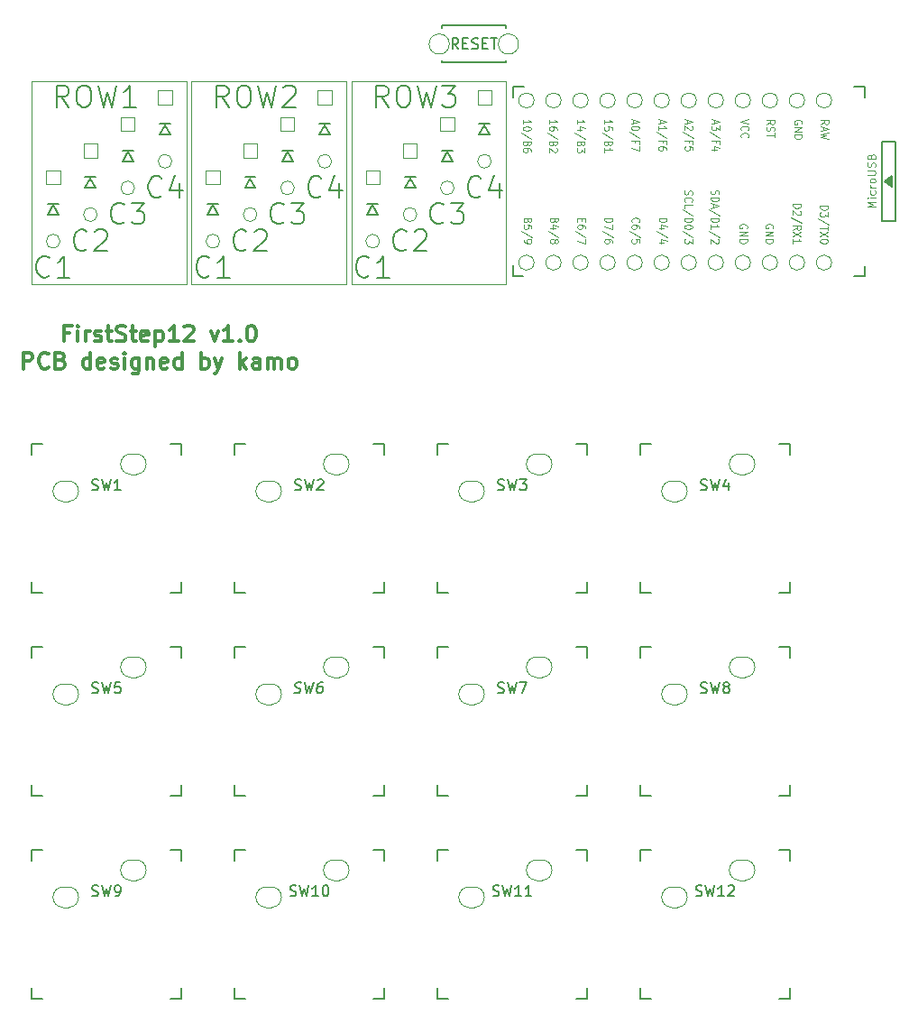
<source format=gto>
G04 #@! TF.GenerationSoftware,KiCad,Pcbnew,5.1.6*
G04 #@! TF.CreationDate,2020-06-26T00:36:41+09:00*
G04 #@! TF.ProjectId,firststep12,66697273-7473-4746-9570-31322e6b6963,rev?*
G04 #@! TF.SameCoordinates,Original*
G04 #@! TF.FileFunction,Legend,Top*
G04 #@! TF.FilePolarity,Positive*
%FSLAX46Y46*%
G04 Gerber Fmt 4.6, Leading zero omitted, Abs format (unit mm)*
G04 Created by KiCad (PCBNEW 5.1.6) date 2020-06-26 00:36:41*
%MOMM*%
%LPD*%
G01*
G04 APERTURE LIST*
%ADD10C,0.300000*%
%ADD11C,0.120000*%
%ADD12C,0.150000*%
%ADD13C,0.100000*%
%ADD14C,0.125000*%
%ADD15C,4.900000*%
%ADD16C,4.100000*%
%ADD17C,2.000000*%
G04 APERTURE END LIST*
D10*
X89625714Y-71582857D02*
X89125714Y-71582857D01*
X89125714Y-72368571D02*
X89125714Y-70868571D01*
X89840000Y-70868571D01*
X90411428Y-72368571D02*
X90411428Y-71368571D01*
X90411428Y-70868571D02*
X90340000Y-70940000D01*
X90411428Y-71011428D01*
X90482857Y-70940000D01*
X90411428Y-70868571D01*
X90411428Y-71011428D01*
X91125714Y-72368571D02*
X91125714Y-71368571D01*
X91125714Y-71654285D02*
X91197142Y-71511428D01*
X91268571Y-71440000D01*
X91411428Y-71368571D01*
X91554285Y-71368571D01*
X91982857Y-72297142D02*
X92125714Y-72368571D01*
X92411428Y-72368571D01*
X92554285Y-72297142D01*
X92625714Y-72154285D01*
X92625714Y-72082857D01*
X92554285Y-71940000D01*
X92411428Y-71868571D01*
X92197142Y-71868571D01*
X92054285Y-71797142D01*
X91982857Y-71654285D01*
X91982857Y-71582857D01*
X92054285Y-71440000D01*
X92197142Y-71368571D01*
X92411428Y-71368571D01*
X92554285Y-71440000D01*
X93054285Y-71368571D02*
X93625714Y-71368571D01*
X93268571Y-70868571D02*
X93268571Y-72154285D01*
X93340000Y-72297142D01*
X93482857Y-72368571D01*
X93625714Y-72368571D01*
X94054285Y-72297142D02*
X94268571Y-72368571D01*
X94625714Y-72368571D01*
X94768571Y-72297142D01*
X94840000Y-72225714D01*
X94911428Y-72082857D01*
X94911428Y-71940000D01*
X94840000Y-71797142D01*
X94768571Y-71725714D01*
X94625714Y-71654285D01*
X94340000Y-71582857D01*
X94197142Y-71511428D01*
X94125714Y-71440000D01*
X94054285Y-71297142D01*
X94054285Y-71154285D01*
X94125714Y-71011428D01*
X94197142Y-70940000D01*
X94340000Y-70868571D01*
X94697142Y-70868571D01*
X94911428Y-70940000D01*
X95340000Y-71368571D02*
X95911428Y-71368571D01*
X95554285Y-70868571D02*
X95554285Y-72154285D01*
X95625714Y-72297142D01*
X95768571Y-72368571D01*
X95911428Y-72368571D01*
X96982857Y-72297142D02*
X96840000Y-72368571D01*
X96554285Y-72368571D01*
X96411428Y-72297142D01*
X96340000Y-72154285D01*
X96340000Y-71582857D01*
X96411428Y-71440000D01*
X96554285Y-71368571D01*
X96840000Y-71368571D01*
X96982857Y-71440000D01*
X97054285Y-71582857D01*
X97054285Y-71725714D01*
X96340000Y-71868571D01*
X97697142Y-71368571D02*
X97697142Y-72868571D01*
X97697142Y-71440000D02*
X97840000Y-71368571D01*
X98125714Y-71368571D01*
X98268571Y-71440000D01*
X98340000Y-71511428D01*
X98411428Y-71654285D01*
X98411428Y-72082857D01*
X98340000Y-72225714D01*
X98268571Y-72297142D01*
X98125714Y-72368571D01*
X97840000Y-72368571D01*
X97697142Y-72297142D01*
X99840000Y-72368571D02*
X98982857Y-72368571D01*
X99411428Y-72368571D02*
X99411428Y-70868571D01*
X99268571Y-71082857D01*
X99125714Y-71225714D01*
X98982857Y-71297142D01*
X100411428Y-71011428D02*
X100482857Y-70940000D01*
X100625714Y-70868571D01*
X100982857Y-70868571D01*
X101125714Y-70940000D01*
X101197142Y-71011428D01*
X101268571Y-71154285D01*
X101268571Y-71297142D01*
X101197142Y-71511428D01*
X100340000Y-72368571D01*
X101268571Y-72368571D01*
X102911428Y-71368571D02*
X103268571Y-72368571D01*
X103625714Y-71368571D01*
X104982857Y-72368571D02*
X104125714Y-72368571D01*
X104554285Y-72368571D02*
X104554285Y-70868571D01*
X104411428Y-71082857D01*
X104268571Y-71225714D01*
X104125714Y-71297142D01*
X105625714Y-72225714D02*
X105697142Y-72297142D01*
X105625714Y-72368571D01*
X105554285Y-72297142D01*
X105625714Y-72225714D01*
X105625714Y-72368571D01*
X106625714Y-70868571D02*
X106768571Y-70868571D01*
X106911428Y-70940000D01*
X106982857Y-71011428D01*
X107054285Y-71154285D01*
X107125714Y-71440000D01*
X107125714Y-71797142D01*
X107054285Y-72082857D01*
X106982857Y-72225714D01*
X106911428Y-72297142D01*
X106768571Y-72368571D01*
X106625714Y-72368571D01*
X106482857Y-72297142D01*
X106411428Y-72225714D01*
X106340000Y-72082857D01*
X106268571Y-71797142D01*
X106268571Y-71440000D01*
X106340000Y-71154285D01*
X106411428Y-71011428D01*
X106482857Y-70940000D01*
X106625714Y-70868571D01*
X85304285Y-74918571D02*
X85304285Y-73418571D01*
X85875714Y-73418571D01*
X86018571Y-73490000D01*
X86090000Y-73561428D01*
X86161428Y-73704285D01*
X86161428Y-73918571D01*
X86090000Y-74061428D01*
X86018571Y-74132857D01*
X85875714Y-74204285D01*
X85304285Y-74204285D01*
X87661428Y-74775714D02*
X87590000Y-74847142D01*
X87375714Y-74918571D01*
X87232857Y-74918571D01*
X87018571Y-74847142D01*
X86875714Y-74704285D01*
X86804285Y-74561428D01*
X86732857Y-74275714D01*
X86732857Y-74061428D01*
X86804285Y-73775714D01*
X86875714Y-73632857D01*
X87018571Y-73490000D01*
X87232857Y-73418571D01*
X87375714Y-73418571D01*
X87590000Y-73490000D01*
X87661428Y-73561428D01*
X88804285Y-74132857D02*
X89018571Y-74204285D01*
X89090000Y-74275714D01*
X89161428Y-74418571D01*
X89161428Y-74632857D01*
X89090000Y-74775714D01*
X89018571Y-74847142D01*
X88875714Y-74918571D01*
X88304285Y-74918571D01*
X88304285Y-73418571D01*
X88804285Y-73418571D01*
X88947142Y-73490000D01*
X89018571Y-73561428D01*
X89090000Y-73704285D01*
X89090000Y-73847142D01*
X89018571Y-73990000D01*
X88947142Y-74061428D01*
X88804285Y-74132857D01*
X88304285Y-74132857D01*
X91590000Y-74918571D02*
X91590000Y-73418571D01*
X91590000Y-74847142D02*
X91447142Y-74918571D01*
X91161428Y-74918571D01*
X91018571Y-74847142D01*
X90947142Y-74775714D01*
X90875714Y-74632857D01*
X90875714Y-74204285D01*
X90947142Y-74061428D01*
X91018571Y-73990000D01*
X91161428Y-73918571D01*
X91447142Y-73918571D01*
X91590000Y-73990000D01*
X92875714Y-74847142D02*
X92732857Y-74918571D01*
X92447142Y-74918571D01*
X92304285Y-74847142D01*
X92232857Y-74704285D01*
X92232857Y-74132857D01*
X92304285Y-73990000D01*
X92447142Y-73918571D01*
X92732857Y-73918571D01*
X92875714Y-73990000D01*
X92947142Y-74132857D01*
X92947142Y-74275714D01*
X92232857Y-74418571D01*
X93518571Y-74847142D02*
X93661428Y-74918571D01*
X93947142Y-74918571D01*
X94090000Y-74847142D01*
X94161428Y-74704285D01*
X94161428Y-74632857D01*
X94090000Y-74490000D01*
X93947142Y-74418571D01*
X93732857Y-74418571D01*
X93590000Y-74347142D01*
X93518571Y-74204285D01*
X93518571Y-74132857D01*
X93590000Y-73990000D01*
X93732857Y-73918571D01*
X93947142Y-73918571D01*
X94090000Y-73990000D01*
X94804285Y-74918571D02*
X94804285Y-73918571D01*
X94804285Y-73418571D02*
X94732857Y-73490000D01*
X94804285Y-73561428D01*
X94875714Y-73490000D01*
X94804285Y-73418571D01*
X94804285Y-73561428D01*
X96161428Y-73918571D02*
X96161428Y-75132857D01*
X96090000Y-75275714D01*
X96018571Y-75347142D01*
X95875714Y-75418571D01*
X95661428Y-75418571D01*
X95518571Y-75347142D01*
X96161428Y-74847142D02*
X96018571Y-74918571D01*
X95732857Y-74918571D01*
X95590000Y-74847142D01*
X95518571Y-74775714D01*
X95447142Y-74632857D01*
X95447142Y-74204285D01*
X95518571Y-74061428D01*
X95590000Y-73990000D01*
X95732857Y-73918571D01*
X96018571Y-73918571D01*
X96161428Y-73990000D01*
X96875714Y-73918571D02*
X96875714Y-74918571D01*
X96875714Y-74061428D02*
X96947142Y-73990000D01*
X97090000Y-73918571D01*
X97304285Y-73918571D01*
X97447142Y-73990000D01*
X97518571Y-74132857D01*
X97518571Y-74918571D01*
X98804285Y-74847142D02*
X98661428Y-74918571D01*
X98375714Y-74918571D01*
X98232857Y-74847142D01*
X98161428Y-74704285D01*
X98161428Y-74132857D01*
X98232857Y-73990000D01*
X98375714Y-73918571D01*
X98661428Y-73918571D01*
X98804285Y-73990000D01*
X98875714Y-74132857D01*
X98875714Y-74275714D01*
X98161428Y-74418571D01*
X100161428Y-74918571D02*
X100161428Y-73418571D01*
X100161428Y-74847142D02*
X100018571Y-74918571D01*
X99732857Y-74918571D01*
X99590000Y-74847142D01*
X99518571Y-74775714D01*
X99447142Y-74632857D01*
X99447142Y-74204285D01*
X99518571Y-74061428D01*
X99590000Y-73990000D01*
X99732857Y-73918571D01*
X100018571Y-73918571D01*
X100161428Y-73990000D01*
X102018571Y-74918571D02*
X102018571Y-73418571D01*
X102018571Y-73990000D02*
X102161428Y-73918571D01*
X102447142Y-73918571D01*
X102590000Y-73990000D01*
X102661428Y-74061428D01*
X102732857Y-74204285D01*
X102732857Y-74632857D01*
X102661428Y-74775714D01*
X102590000Y-74847142D01*
X102447142Y-74918571D01*
X102161428Y-74918571D01*
X102018571Y-74847142D01*
X103232857Y-73918571D02*
X103590000Y-74918571D01*
X103947142Y-73918571D02*
X103590000Y-74918571D01*
X103447142Y-75275714D01*
X103375714Y-75347142D01*
X103232857Y-75418571D01*
X105661428Y-74918571D02*
X105661428Y-73418571D01*
X105804285Y-74347142D02*
X106232857Y-74918571D01*
X106232857Y-73918571D02*
X105661428Y-74490000D01*
X107518571Y-74918571D02*
X107518571Y-74132857D01*
X107447142Y-73990000D01*
X107304285Y-73918571D01*
X107018571Y-73918571D01*
X106875714Y-73990000D01*
X107518571Y-74847142D02*
X107375714Y-74918571D01*
X107018571Y-74918571D01*
X106875714Y-74847142D01*
X106804285Y-74704285D01*
X106804285Y-74561428D01*
X106875714Y-74418571D01*
X107018571Y-74347142D01*
X107375714Y-74347142D01*
X107518571Y-74275714D01*
X108232857Y-74918571D02*
X108232857Y-73918571D01*
X108232857Y-74061428D02*
X108304285Y-73990000D01*
X108447142Y-73918571D01*
X108661428Y-73918571D01*
X108804285Y-73990000D01*
X108875714Y-74132857D01*
X108875714Y-74918571D01*
X108875714Y-74132857D02*
X108947142Y-73990000D01*
X109089999Y-73918571D01*
X109304285Y-73918571D01*
X109447142Y-73990000D01*
X109518571Y-74132857D01*
X109518571Y-74918571D01*
X110447142Y-74918571D02*
X110304285Y-74847142D01*
X110232857Y-74775714D01*
X110161428Y-74632857D01*
X110161428Y-74204285D01*
X110232857Y-74061428D01*
X110304285Y-73990000D01*
X110447142Y-73918571D01*
X110661428Y-73918571D01*
X110804285Y-73990000D01*
X110875714Y-74061428D01*
X110947142Y-74204285D01*
X110947142Y-74632857D01*
X110875714Y-74775714D01*
X110804285Y-74847142D01*
X110661428Y-74918571D01*
X110447142Y-74918571D01*
D11*
X116090000Y-47965000D02*
X130590000Y-47965000D01*
D12*
X128256666Y-58679285D02*
X128161428Y-58774523D01*
X127875714Y-58869761D01*
X127685238Y-58869761D01*
X127399523Y-58774523D01*
X127209047Y-58584047D01*
X127113809Y-58393571D01*
X127018571Y-58012619D01*
X127018571Y-57726904D01*
X127113809Y-57345952D01*
X127209047Y-57155476D01*
X127399523Y-56965000D01*
X127685238Y-56869761D01*
X127875714Y-56869761D01*
X128161428Y-56965000D01*
X128256666Y-57060238D01*
X129970952Y-57536428D02*
X129970952Y-58869761D01*
X129494761Y-56774523D02*
X129018571Y-58203095D01*
X130256666Y-58203095D01*
X121256666Y-63679285D02*
X121161428Y-63774523D01*
X120875714Y-63869761D01*
X120685238Y-63869761D01*
X120399523Y-63774523D01*
X120209047Y-63584047D01*
X120113809Y-63393571D01*
X120018571Y-63012619D01*
X120018571Y-62726904D01*
X120113809Y-62345952D01*
X120209047Y-62155476D01*
X120399523Y-61965000D01*
X120685238Y-61869761D01*
X120875714Y-61869761D01*
X121161428Y-61965000D01*
X121256666Y-62060238D01*
X122018571Y-62060238D02*
X122113809Y-61965000D01*
X122304285Y-61869761D01*
X122780476Y-61869761D01*
X122970952Y-61965000D01*
X123066190Y-62060238D01*
X123161428Y-62250714D01*
X123161428Y-62441190D01*
X123066190Y-62726904D01*
X121923333Y-63869761D01*
X123161428Y-63869761D01*
D11*
X130590000Y-66965000D02*
X116090000Y-66965000D01*
D12*
X117756666Y-66179285D02*
X117661428Y-66274523D01*
X117375714Y-66369761D01*
X117185238Y-66369761D01*
X116899523Y-66274523D01*
X116709047Y-66084047D01*
X116613809Y-65893571D01*
X116518571Y-65512619D01*
X116518571Y-65226904D01*
X116613809Y-64845952D01*
X116709047Y-64655476D01*
X116899523Y-64465000D01*
X117185238Y-64369761D01*
X117375714Y-64369761D01*
X117661428Y-64465000D01*
X117756666Y-64560238D01*
X119661428Y-66369761D02*
X118518571Y-66369761D01*
X119090000Y-66369761D02*
X119090000Y-64369761D01*
X118899523Y-64655476D01*
X118709047Y-64845952D01*
X118518571Y-64941190D01*
D11*
X116090000Y-47965000D02*
X116090000Y-66965000D01*
D12*
X124756666Y-61179285D02*
X124661428Y-61274523D01*
X124375714Y-61369761D01*
X124185238Y-61369761D01*
X123899523Y-61274523D01*
X123709047Y-61084047D01*
X123613809Y-60893571D01*
X123518571Y-60512619D01*
X123518571Y-60226904D01*
X123613809Y-59845952D01*
X123709047Y-59655476D01*
X123899523Y-59465000D01*
X124185238Y-59369761D01*
X124375714Y-59369761D01*
X124661428Y-59465000D01*
X124756666Y-59560238D01*
X125423333Y-59369761D02*
X126661428Y-59369761D01*
X125994761Y-60131666D01*
X126280476Y-60131666D01*
X126470952Y-60226904D01*
X126566190Y-60322142D01*
X126661428Y-60512619D01*
X126661428Y-60988809D01*
X126566190Y-61179285D01*
X126470952Y-61274523D01*
X126280476Y-61369761D01*
X125709047Y-61369761D01*
X125518571Y-61274523D01*
X125423333Y-61179285D01*
D11*
X130590000Y-66965000D02*
X130590000Y-47965000D01*
D12*
X119566190Y-50369761D02*
X118899523Y-49417380D01*
X118423333Y-50369761D02*
X118423333Y-48369761D01*
X119185238Y-48369761D01*
X119375714Y-48465000D01*
X119470952Y-48560238D01*
X119566190Y-48750714D01*
X119566190Y-49036428D01*
X119470952Y-49226904D01*
X119375714Y-49322142D01*
X119185238Y-49417380D01*
X118423333Y-49417380D01*
X120804285Y-48369761D02*
X121185238Y-48369761D01*
X121375714Y-48465000D01*
X121566190Y-48655476D01*
X121661428Y-49036428D01*
X121661428Y-49703095D01*
X121566190Y-50084047D01*
X121375714Y-50274523D01*
X121185238Y-50369761D01*
X120804285Y-50369761D01*
X120613809Y-50274523D01*
X120423333Y-50084047D01*
X120328095Y-49703095D01*
X120328095Y-49036428D01*
X120423333Y-48655476D01*
X120613809Y-48465000D01*
X120804285Y-48369761D01*
X122328095Y-48369761D02*
X122804285Y-50369761D01*
X123185238Y-48941190D01*
X123566190Y-50369761D01*
X124042380Y-48369761D01*
X124613809Y-48369761D02*
X125851904Y-48369761D01*
X125185238Y-49131666D01*
X125470952Y-49131666D01*
X125661428Y-49226904D01*
X125756666Y-49322142D01*
X125851904Y-49512619D01*
X125851904Y-49988809D01*
X125756666Y-50179285D01*
X125661428Y-50274523D01*
X125470952Y-50369761D01*
X124899523Y-50369761D01*
X124709047Y-50274523D01*
X124613809Y-50179285D01*
D11*
X101090000Y-47965000D02*
X115590000Y-47965000D01*
D12*
X113256666Y-58679285D02*
X113161428Y-58774523D01*
X112875714Y-58869761D01*
X112685238Y-58869761D01*
X112399523Y-58774523D01*
X112209047Y-58584047D01*
X112113809Y-58393571D01*
X112018571Y-58012619D01*
X112018571Y-57726904D01*
X112113809Y-57345952D01*
X112209047Y-57155476D01*
X112399523Y-56965000D01*
X112685238Y-56869761D01*
X112875714Y-56869761D01*
X113161428Y-56965000D01*
X113256666Y-57060238D01*
X114970952Y-57536428D02*
X114970952Y-58869761D01*
X114494761Y-56774523D02*
X114018571Y-58203095D01*
X115256666Y-58203095D01*
X106256666Y-63679285D02*
X106161428Y-63774523D01*
X105875714Y-63869761D01*
X105685238Y-63869761D01*
X105399523Y-63774523D01*
X105209047Y-63584047D01*
X105113809Y-63393571D01*
X105018571Y-63012619D01*
X105018571Y-62726904D01*
X105113809Y-62345952D01*
X105209047Y-62155476D01*
X105399523Y-61965000D01*
X105685238Y-61869761D01*
X105875714Y-61869761D01*
X106161428Y-61965000D01*
X106256666Y-62060238D01*
X107018571Y-62060238D02*
X107113809Y-61965000D01*
X107304285Y-61869761D01*
X107780476Y-61869761D01*
X107970952Y-61965000D01*
X108066190Y-62060238D01*
X108161428Y-62250714D01*
X108161428Y-62441190D01*
X108066190Y-62726904D01*
X106923333Y-63869761D01*
X108161428Y-63869761D01*
D11*
X115590000Y-66965000D02*
X101090000Y-66965000D01*
D12*
X102756666Y-66179285D02*
X102661428Y-66274523D01*
X102375714Y-66369761D01*
X102185238Y-66369761D01*
X101899523Y-66274523D01*
X101709047Y-66084047D01*
X101613809Y-65893571D01*
X101518571Y-65512619D01*
X101518571Y-65226904D01*
X101613809Y-64845952D01*
X101709047Y-64655476D01*
X101899523Y-64465000D01*
X102185238Y-64369761D01*
X102375714Y-64369761D01*
X102661428Y-64465000D01*
X102756666Y-64560238D01*
X104661428Y-66369761D02*
X103518571Y-66369761D01*
X104090000Y-66369761D02*
X104090000Y-64369761D01*
X103899523Y-64655476D01*
X103709047Y-64845952D01*
X103518571Y-64941190D01*
D11*
X101090000Y-47965000D02*
X101090000Y-66965000D01*
D12*
X109756666Y-61179285D02*
X109661428Y-61274523D01*
X109375714Y-61369761D01*
X109185238Y-61369761D01*
X108899523Y-61274523D01*
X108709047Y-61084047D01*
X108613809Y-60893571D01*
X108518571Y-60512619D01*
X108518571Y-60226904D01*
X108613809Y-59845952D01*
X108709047Y-59655476D01*
X108899523Y-59465000D01*
X109185238Y-59369761D01*
X109375714Y-59369761D01*
X109661428Y-59465000D01*
X109756666Y-59560238D01*
X110423333Y-59369761D02*
X111661428Y-59369761D01*
X110994761Y-60131666D01*
X111280476Y-60131666D01*
X111470952Y-60226904D01*
X111566190Y-60322142D01*
X111661428Y-60512619D01*
X111661428Y-60988809D01*
X111566190Y-61179285D01*
X111470952Y-61274523D01*
X111280476Y-61369761D01*
X110709047Y-61369761D01*
X110518571Y-61274523D01*
X110423333Y-61179285D01*
D11*
X115590000Y-66965000D02*
X115590000Y-47965000D01*
D12*
X104566190Y-50369761D02*
X103899523Y-49417380D01*
X103423333Y-50369761D02*
X103423333Y-48369761D01*
X104185238Y-48369761D01*
X104375714Y-48465000D01*
X104470952Y-48560238D01*
X104566190Y-48750714D01*
X104566190Y-49036428D01*
X104470952Y-49226904D01*
X104375714Y-49322142D01*
X104185238Y-49417380D01*
X103423333Y-49417380D01*
X105804285Y-48369761D02*
X106185238Y-48369761D01*
X106375714Y-48465000D01*
X106566190Y-48655476D01*
X106661428Y-49036428D01*
X106661428Y-49703095D01*
X106566190Y-50084047D01*
X106375714Y-50274523D01*
X106185238Y-50369761D01*
X105804285Y-50369761D01*
X105613809Y-50274523D01*
X105423333Y-50084047D01*
X105328095Y-49703095D01*
X105328095Y-49036428D01*
X105423333Y-48655476D01*
X105613809Y-48465000D01*
X105804285Y-48369761D01*
X107328095Y-48369761D02*
X107804285Y-50369761D01*
X108185238Y-48941190D01*
X108566190Y-50369761D01*
X109042380Y-48369761D01*
X109709047Y-48560238D02*
X109804285Y-48465000D01*
X109994761Y-48369761D01*
X110470952Y-48369761D01*
X110661428Y-48465000D01*
X110756666Y-48560238D01*
X110851904Y-48750714D01*
X110851904Y-48941190D01*
X110756666Y-49226904D01*
X109613809Y-50369761D01*
X110851904Y-50369761D01*
X89566190Y-50369761D02*
X88899523Y-49417380D01*
X88423333Y-50369761D02*
X88423333Y-48369761D01*
X89185238Y-48369761D01*
X89375714Y-48465000D01*
X89470952Y-48560238D01*
X89566190Y-48750714D01*
X89566190Y-49036428D01*
X89470952Y-49226904D01*
X89375714Y-49322142D01*
X89185238Y-49417380D01*
X88423333Y-49417380D01*
X90804285Y-48369761D02*
X91185238Y-48369761D01*
X91375714Y-48465000D01*
X91566190Y-48655476D01*
X91661428Y-49036428D01*
X91661428Y-49703095D01*
X91566190Y-50084047D01*
X91375714Y-50274523D01*
X91185238Y-50369761D01*
X90804285Y-50369761D01*
X90613809Y-50274523D01*
X90423333Y-50084047D01*
X90328095Y-49703095D01*
X90328095Y-49036428D01*
X90423333Y-48655476D01*
X90613809Y-48465000D01*
X90804285Y-48369761D01*
X92328095Y-48369761D02*
X92804285Y-50369761D01*
X93185238Y-48941190D01*
X93566190Y-50369761D01*
X94042380Y-48369761D01*
X95851904Y-50369761D02*
X94709047Y-50369761D01*
X95280476Y-50369761D02*
X95280476Y-48369761D01*
X95090000Y-48655476D01*
X94899523Y-48845952D01*
X94709047Y-48941190D01*
X98256666Y-58679285D02*
X98161428Y-58774523D01*
X97875714Y-58869761D01*
X97685238Y-58869761D01*
X97399523Y-58774523D01*
X97209047Y-58584047D01*
X97113809Y-58393571D01*
X97018571Y-58012619D01*
X97018571Y-57726904D01*
X97113809Y-57345952D01*
X97209047Y-57155476D01*
X97399523Y-56965000D01*
X97685238Y-56869761D01*
X97875714Y-56869761D01*
X98161428Y-56965000D01*
X98256666Y-57060238D01*
X99970952Y-57536428D02*
X99970952Y-58869761D01*
X99494761Y-56774523D02*
X99018571Y-58203095D01*
X100256666Y-58203095D01*
X94756666Y-61179285D02*
X94661428Y-61274523D01*
X94375714Y-61369761D01*
X94185238Y-61369761D01*
X93899523Y-61274523D01*
X93709047Y-61084047D01*
X93613809Y-60893571D01*
X93518571Y-60512619D01*
X93518571Y-60226904D01*
X93613809Y-59845952D01*
X93709047Y-59655476D01*
X93899523Y-59465000D01*
X94185238Y-59369761D01*
X94375714Y-59369761D01*
X94661428Y-59465000D01*
X94756666Y-59560238D01*
X95423333Y-59369761D02*
X96661428Y-59369761D01*
X95994761Y-60131666D01*
X96280476Y-60131666D01*
X96470952Y-60226904D01*
X96566190Y-60322142D01*
X96661428Y-60512619D01*
X96661428Y-60988809D01*
X96566190Y-61179285D01*
X96470952Y-61274523D01*
X96280476Y-61369761D01*
X95709047Y-61369761D01*
X95518571Y-61274523D01*
X95423333Y-61179285D01*
X91256666Y-63679285D02*
X91161428Y-63774523D01*
X90875714Y-63869761D01*
X90685238Y-63869761D01*
X90399523Y-63774523D01*
X90209047Y-63584047D01*
X90113809Y-63393571D01*
X90018571Y-63012619D01*
X90018571Y-62726904D01*
X90113809Y-62345952D01*
X90209047Y-62155476D01*
X90399523Y-61965000D01*
X90685238Y-61869761D01*
X90875714Y-61869761D01*
X91161428Y-61965000D01*
X91256666Y-62060238D01*
X92018571Y-62060238D02*
X92113809Y-61965000D01*
X92304285Y-61869761D01*
X92780476Y-61869761D01*
X92970952Y-61965000D01*
X93066190Y-62060238D01*
X93161428Y-62250714D01*
X93161428Y-62441190D01*
X93066190Y-62726904D01*
X91923333Y-63869761D01*
X93161428Y-63869761D01*
X87756666Y-66179285D02*
X87661428Y-66274523D01*
X87375714Y-66369761D01*
X87185238Y-66369761D01*
X86899523Y-66274523D01*
X86709047Y-66084047D01*
X86613809Y-65893571D01*
X86518571Y-65512619D01*
X86518571Y-65226904D01*
X86613809Y-64845952D01*
X86709047Y-64655476D01*
X86899523Y-64465000D01*
X87185238Y-64369761D01*
X87375714Y-64369761D01*
X87661428Y-64465000D01*
X87756666Y-64560238D01*
X89661428Y-66369761D02*
X88518571Y-66369761D01*
X89090000Y-66369761D02*
X89090000Y-64369761D01*
X88899523Y-64655476D01*
X88709047Y-64845952D01*
X88518571Y-64941190D01*
D11*
X86090000Y-47965000D02*
X86090000Y-66965000D01*
X100590000Y-66965000D02*
X86090000Y-66965000D01*
X100590000Y-66965000D02*
X100590000Y-47965000D01*
X86090000Y-47965000D02*
X100590000Y-47965000D01*
D12*
G04 #@! TO.C,D1*
X88090000Y-59565000D02*
X88590000Y-60465000D01*
X88590000Y-60465000D02*
X87590000Y-60465000D01*
X87590000Y-60465000D02*
X88090000Y-59565000D01*
X88590000Y-59465000D02*
X87590000Y-59465000D01*
G04 #@! TO.C,D2*
X92090000Y-56965000D02*
X91090000Y-56965000D01*
X91090000Y-57965000D02*
X91590000Y-57065000D01*
X92090000Y-57965000D02*
X91090000Y-57965000D01*
X91590000Y-57065000D02*
X92090000Y-57965000D01*
G04 #@! TO.C,D3*
X95590000Y-54465000D02*
X94590000Y-54465000D01*
X94590000Y-55465000D02*
X95090000Y-54565000D01*
X95590000Y-55465000D02*
X94590000Y-55465000D01*
X95090000Y-54565000D02*
X95590000Y-55465000D01*
G04 #@! TO.C,D4*
X98590000Y-52065000D02*
X99090000Y-52965000D01*
X99090000Y-52965000D02*
X98090000Y-52965000D01*
X98090000Y-52965000D02*
X98590000Y-52065000D01*
X99090000Y-51965000D02*
X98090000Y-51965000D01*
G04 #@! TO.C,D5*
X103090000Y-59565000D02*
X103590000Y-60465000D01*
X103590000Y-60465000D02*
X102590000Y-60465000D01*
X102590000Y-60465000D02*
X103090000Y-59565000D01*
X103590000Y-59465000D02*
X102590000Y-59465000D01*
G04 #@! TO.C,D6*
X107090000Y-56965000D02*
X106090000Y-56965000D01*
X106090000Y-57965000D02*
X106590000Y-57065000D01*
X107090000Y-57965000D02*
X106090000Y-57965000D01*
X106590000Y-57065000D02*
X107090000Y-57965000D01*
G04 #@! TO.C,D7*
X110090000Y-54565000D02*
X110590000Y-55465000D01*
X110590000Y-55465000D02*
X109590000Y-55465000D01*
X109590000Y-55465000D02*
X110090000Y-54565000D01*
X110590000Y-54465000D02*
X109590000Y-54465000D01*
G04 #@! TO.C,D8*
X114090000Y-51965000D02*
X113090000Y-51965000D01*
X113090000Y-52965000D02*
X113590000Y-52065000D01*
X114090000Y-52965000D02*
X113090000Y-52965000D01*
X113590000Y-52065000D02*
X114090000Y-52965000D01*
G04 #@! TO.C,D9*
X118590000Y-59465000D02*
X117590000Y-59465000D01*
X117590000Y-60465000D02*
X118090000Y-59565000D01*
X118590000Y-60465000D02*
X117590000Y-60465000D01*
X118090000Y-59565000D02*
X118590000Y-60465000D01*
G04 #@! TO.C,D10*
X121590000Y-57065000D02*
X122090000Y-57965000D01*
X122090000Y-57965000D02*
X121090000Y-57965000D01*
X121090000Y-57965000D02*
X121590000Y-57065000D01*
X122090000Y-56965000D02*
X121090000Y-56965000D01*
G04 #@! TO.C,D11*
X125590000Y-54465000D02*
X124590000Y-54465000D01*
X124590000Y-55465000D02*
X125090000Y-54565000D01*
X125590000Y-55465000D02*
X124590000Y-55465000D01*
X125090000Y-54565000D02*
X125590000Y-55465000D01*
G04 #@! TO.C,D12*
X128590000Y-52065000D02*
X129090000Y-52965000D01*
X129090000Y-52965000D02*
X128090000Y-52965000D01*
X128090000Y-52965000D02*
X128590000Y-52065000D01*
X129090000Y-51965000D02*
X128090000Y-51965000D01*
G04 #@! TO.C,SW1*
X86090000Y-82965000D02*
X86090000Y-81965000D01*
X86090000Y-81965000D02*
X87090000Y-81965000D01*
X99090000Y-95965000D02*
X100090000Y-95965000D01*
X100090000Y-95965000D02*
X100090000Y-94965000D01*
X100090000Y-82965000D02*
X100090000Y-81965000D01*
X100090000Y-81965000D02*
X99090000Y-81965000D01*
X86090000Y-94965000D02*
X86090000Y-95965000D01*
X87090000Y-95965000D02*
X86090000Y-95965000D01*
G04 #@! TO.C,SW2*
X106140000Y-95965000D02*
X105140000Y-95965000D01*
X105140000Y-94965000D02*
X105140000Y-95965000D01*
X119140000Y-81965000D02*
X118140000Y-81965000D01*
X119140000Y-82965000D02*
X119140000Y-81965000D01*
X119140000Y-95965000D02*
X119140000Y-94965000D01*
X118140000Y-95965000D02*
X119140000Y-95965000D01*
X105140000Y-81965000D02*
X106140000Y-81965000D01*
X105140000Y-82965000D02*
X105140000Y-81965000D01*
G04 #@! TO.C,SW3*
X124190000Y-82965000D02*
X124190000Y-81965000D01*
X124190000Y-81965000D02*
X125190000Y-81965000D01*
X137190000Y-95965000D02*
X138190000Y-95965000D01*
X138190000Y-95965000D02*
X138190000Y-94965000D01*
X138190000Y-82965000D02*
X138190000Y-81965000D01*
X138190000Y-81965000D02*
X137190000Y-81965000D01*
X124190000Y-94965000D02*
X124190000Y-95965000D01*
X125190000Y-95965000D02*
X124190000Y-95965000D01*
G04 #@! TO.C,SW4*
X144240000Y-95965000D02*
X143240000Y-95965000D01*
X143240000Y-94965000D02*
X143240000Y-95965000D01*
X157240000Y-81965000D02*
X156240000Y-81965000D01*
X157240000Y-82965000D02*
X157240000Y-81965000D01*
X157240000Y-95965000D02*
X157240000Y-94965000D01*
X156240000Y-95965000D02*
X157240000Y-95965000D01*
X143240000Y-81965000D02*
X144240000Y-81965000D01*
X143240000Y-82965000D02*
X143240000Y-81965000D01*
G04 #@! TO.C,SW5*
X87090000Y-115015000D02*
X86090000Y-115015000D01*
X86090000Y-114015000D02*
X86090000Y-115015000D01*
X100090000Y-101015000D02*
X99090000Y-101015000D01*
X100090000Y-102015000D02*
X100090000Y-101015000D01*
X100090000Y-115015000D02*
X100090000Y-114015000D01*
X99090000Y-115015000D02*
X100090000Y-115015000D01*
X86090000Y-101015000D02*
X87090000Y-101015000D01*
X86090000Y-102015000D02*
X86090000Y-101015000D01*
G04 #@! TO.C,SW6*
X105140000Y-102015000D02*
X105140000Y-101015000D01*
X105140000Y-101015000D02*
X106140000Y-101015000D01*
X118140000Y-115015000D02*
X119140000Y-115015000D01*
X119140000Y-115015000D02*
X119140000Y-114015000D01*
X119140000Y-102015000D02*
X119140000Y-101015000D01*
X119140000Y-101015000D02*
X118140000Y-101015000D01*
X105140000Y-114015000D02*
X105140000Y-115015000D01*
X106140000Y-115015000D02*
X105140000Y-115015000D01*
G04 #@! TO.C,SW7*
X125190000Y-115015000D02*
X124190000Y-115015000D01*
X124190000Y-114015000D02*
X124190000Y-115015000D01*
X138190000Y-101015000D02*
X137190000Y-101015000D01*
X138190000Y-102015000D02*
X138190000Y-101015000D01*
X138190000Y-115015000D02*
X138190000Y-114015000D01*
X137190000Y-115015000D02*
X138190000Y-115015000D01*
X124190000Y-101015000D02*
X125190000Y-101015000D01*
X124190000Y-102015000D02*
X124190000Y-101015000D01*
G04 #@! TO.C,SW8*
X143240000Y-102015000D02*
X143240000Y-101015000D01*
X143240000Y-101015000D02*
X144240000Y-101015000D01*
X156240000Y-115015000D02*
X157240000Y-115015000D01*
X157240000Y-115015000D02*
X157240000Y-114015000D01*
X157240000Y-102015000D02*
X157240000Y-101015000D01*
X157240000Y-101015000D02*
X156240000Y-101015000D01*
X143240000Y-114015000D02*
X143240000Y-115015000D01*
X144240000Y-115015000D02*
X143240000Y-115015000D01*
G04 #@! TO.C,SW9*
X87090000Y-134065000D02*
X86090000Y-134065000D01*
X86090000Y-133065000D02*
X86090000Y-134065000D01*
X100090000Y-120065000D02*
X99090000Y-120065000D01*
X100090000Y-121065000D02*
X100090000Y-120065000D01*
X100090000Y-134065000D02*
X100090000Y-133065000D01*
X99090000Y-134065000D02*
X100090000Y-134065000D01*
X86090000Y-120065000D02*
X87090000Y-120065000D01*
X86090000Y-121065000D02*
X86090000Y-120065000D01*
G04 #@! TO.C,SW10*
X105140000Y-121065000D02*
X105140000Y-120065000D01*
X105140000Y-120065000D02*
X106140000Y-120065000D01*
X118140000Y-134065000D02*
X119140000Y-134065000D01*
X119140000Y-134065000D02*
X119140000Y-133065000D01*
X119140000Y-121065000D02*
X119140000Y-120065000D01*
X119140000Y-120065000D02*
X118140000Y-120065000D01*
X105140000Y-133065000D02*
X105140000Y-134065000D01*
X106140000Y-134065000D02*
X105140000Y-134065000D01*
G04 #@! TO.C,SW11*
X124190000Y-121065000D02*
X124190000Y-120065000D01*
X124190000Y-120065000D02*
X125190000Y-120065000D01*
X137190000Y-134065000D02*
X138190000Y-134065000D01*
X138190000Y-134065000D02*
X138190000Y-133065000D01*
X138190000Y-121065000D02*
X138190000Y-120065000D01*
X138190000Y-120065000D02*
X137190000Y-120065000D01*
X124190000Y-133065000D02*
X124190000Y-134065000D01*
X125190000Y-134065000D02*
X124190000Y-134065000D01*
G04 #@! TO.C,SW12*
X144240000Y-134065000D02*
X143240000Y-134065000D01*
X143240000Y-133065000D02*
X143240000Y-134065000D01*
X157240000Y-120065000D02*
X156240000Y-120065000D01*
X157240000Y-121065000D02*
X157240000Y-120065000D01*
X157240000Y-134065000D02*
X157240000Y-133065000D01*
X156240000Y-134065000D02*
X157240000Y-134065000D01*
X143240000Y-120065000D02*
X144240000Y-120065000D01*
X143240000Y-121065000D02*
X143240000Y-120065000D01*
G04 #@! TO.C,SW13*
X130590000Y-42715000D02*
X124590000Y-42715000D01*
X124590000Y-42715000D02*
X124590000Y-42965000D01*
X130590000Y-42715000D02*
X130590000Y-42965000D01*
X130590000Y-46215000D02*
X130590000Y-45965000D01*
X130590000Y-46215000D02*
X124590000Y-46215000D01*
X124590000Y-46215000D02*
X124590000Y-45965000D01*
G04 #@! TO.C,U1*
X166390000Y-57215000D02*
X166390000Y-57515000D01*
X166540000Y-57115000D02*
X166540000Y-57615000D01*
X166690000Y-57015000D02*
X166690000Y-57715000D01*
X166190000Y-57365000D02*
X166840000Y-56865000D01*
X166840000Y-57865000D02*
X166190000Y-57365000D01*
X166840000Y-56865000D02*
X166840000Y-57865000D01*
X167190000Y-61115000D02*
X167190000Y-53615000D01*
X165890000Y-61115000D02*
X167190000Y-61115000D01*
X165890000Y-53615000D02*
X165890000Y-61115000D01*
X167190000Y-53615000D02*
X165890000Y-53615000D01*
X164290000Y-48465000D02*
X163290000Y-48465000D01*
X164290000Y-66265000D02*
X163290000Y-66265000D01*
X164290000Y-48465000D02*
X164290000Y-49465000D01*
X164290000Y-66265000D02*
X164290000Y-65315000D01*
X132290000Y-48465000D02*
X131240000Y-48465000D01*
X132240000Y-66265000D02*
X131240000Y-66265000D01*
X131240000Y-48465000D02*
X131240000Y-49465000D01*
X131240000Y-66265000D02*
X131240000Y-65255000D01*
G04 #@! TD*
D13*
G04 #@! TO.C,D1*
X87441500Y-56316500D02*
X87441500Y-57613500D01*
X88738500Y-57613500D01*
X88738500Y-56316500D01*
X87441500Y-56316500D01*
X88738500Y-62965000D02*
G75*
G03*
X88738500Y-62965000I-648500J0D01*
G01*
G04 #@! TD*
G04 #@! TO.C,D2*
X92238500Y-60465000D02*
G75*
G03*
X92238500Y-60465000I-648500J0D01*
G01*
X90941500Y-53816500D02*
X90941500Y-55113500D01*
X92238500Y-55113500D01*
X92238500Y-53816500D01*
X90941500Y-53816500D01*
G04 #@! TD*
G04 #@! TO.C,D3*
X95738500Y-57965000D02*
G75*
G03*
X95738500Y-57965000I-648500J0D01*
G01*
X94441500Y-51316500D02*
X94441500Y-52613500D01*
X95738500Y-52613500D01*
X95738500Y-51316500D01*
X94441500Y-51316500D01*
G04 #@! TD*
G04 #@! TO.C,D4*
X97941500Y-48816500D02*
X97941500Y-50113500D01*
X99238500Y-50113500D01*
X99238500Y-48816500D01*
X97941500Y-48816500D01*
X99238500Y-55465000D02*
G75*
G03*
X99238500Y-55465000I-648500J0D01*
G01*
G04 #@! TD*
G04 #@! TO.C,D5*
X102441500Y-56316500D02*
X102441500Y-57613500D01*
X103738500Y-57613500D01*
X103738500Y-56316500D01*
X102441500Y-56316500D01*
X103738500Y-62965000D02*
G75*
G03*
X103738500Y-62965000I-648500J0D01*
G01*
G04 #@! TD*
G04 #@! TO.C,D6*
X107238500Y-60465000D02*
G75*
G03*
X107238500Y-60465000I-648500J0D01*
G01*
X105941500Y-53816500D02*
X105941500Y-55113500D01*
X107238500Y-55113500D01*
X107238500Y-53816500D01*
X105941500Y-53816500D01*
G04 #@! TD*
G04 #@! TO.C,D7*
X109441500Y-51316500D02*
X109441500Y-52613500D01*
X110738500Y-52613500D01*
X110738500Y-51316500D01*
X109441500Y-51316500D01*
X110738500Y-57965000D02*
G75*
G03*
X110738500Y-57965000I-648500J0D01*
G01*
G04 #@! TD*
G04 #@! TO.C,D8*
X114238500Y-55465000D02*
G75*
G03*
X114238500Y-55465000I-648500J0D01*
G01*
X112941500Y-48816500D02*
X112941500Y-50113500D01*
X114238500Y-50113500D01*
X114238500Y-48816500D01*
X112941500Y-48816500D01*
G04 #@! TD*
G04 #@! TO.C,D9*
X118738500Y-62965000D02*
G75*
G03*
X118738500Y-62965000I-648500J0D01*
G01*
X117441500Y-56316500D02*
X117441500Y-57613500D01*
X118738500Y-57613500D01*
X118738500Y-56316500D01*
X117441500Y-56316500D01*
G04 #@! TD*
G04 #@! TO.C,D10*
X120941500Y-53816500D02*
X120941500Y-55113500D01*
X122238500Y-55113500D01*
X122238500Y-53816500D01*
X120941500Y-53816500D01*
X122238500Y-60465000D02*
G75*
G03*
X122238500Y-60465000I-648500J0D01*
G01*
G04 #@! TD*
G04 #@! TO.C,D11*
X125738500Y-57965000D02*
G75*
G03*
X125738500Y-57965000I-648500J0D01*
G01*
X124441500Y-51316500D02*
X124441500Y-52613500D01*
X125738500Y-52613500D01*
X125738500Y-51316500D01*
X124441500Y-51316500D01*
G04 #@! TD*
G04 #@! TO.C,D12*
X127941500Y-48816500D02*
X127941500Y-50113500D01*
X129238500Y-50113500D01*
X129238500Y-48816500D01*
X127941500Y-48816500D01*
X129238500Y-55465000D02*
G75*
G03*
X129238500Y-55465000I-648500J0D01*
G01*
G04 #@! TD*
X95380000Y-84835000D02*
X95880000Y-84835000D01*
X95380000Y-82935000D02*
X95880000Y-82935000D01*
X95880000Y-84835000D02*
G75*
G03*
X95880000Y-82935000I0J950000D01*
G01*
X95380000Y-82935000D02*
G75*
G03*
X95380000Y-84835000I0J-950000D01*
G01*
X89030000Y-87375000D02*
X89530000Y-87375000D01*
X89030000Y-85475000D02*
X89530000Y-85475000D01*
X89530000Y-87375000D02*
G75*
G03*
X89530000Y-85475000I0J950000D01*
G01*
X89030000Y-85475000D02*
G75*
G03*
X89030000Y-87375000I0J-950000D01*
G01*
X108080000Y-87375000D02*
X108580000Y-87375000D01*
X108080000Y-85475000D02*
X108580000Y-85475000D01*
X108580000Y-87375000D02*
G75*
G03*
X108580000Y-85475000I0J950000D01*
G01*
X108080000Y-85475000D02*
G75*
G03*
X108080000Y-87375000I0J-950000D01*
G01*
X114430000Y-84835000D02*
X114930000Y-84835000D01*
X114430000Y-82935000D02*
X114930000Y-82935000D01*
X114930000Y-84835000D02*
G75*
G03*
X114930000Y-82935000I0J950000D01*
G01*
X114430000Y-82935000D02*
G75*
G03*
X114430000Y-84835000I0J-950000D01*
G01*
X133480000Y-84835000D02*
X133980000Y-84835000D01*
X133480000Y-82935000D02*
X133980000Y-82935000D01*
X133980000Y-84835000D02*
G75*
G03*
X133980000Y-82935000I0J950000D01*
G01*
X133480000Y-82935000D02*
G75*
G03*
X133480000Y-84835000I0J-950000D01*
G01*
X127130000Y-87375000D02*
X127630000Y-87375000D01*
X127130000Y-85475000D02*
X127630000Y-85475000D01*
X127630000Y-87375000D02*
G75*
G03*
X127630000Y-85475000I0J950000D01*
G01*
X127130000Y-85475000D02*
G75*
G03*
X127130000Y-87375000I0J-950000D01*
G01*
X146180000Y-87375000D02*
X146680000Y-87375000D01*
X146180000Y-85475000D02*
X146680000Y-85475000D01*
X146680000Y-87375000D02*
G75*
G03*
X146680000Y-85475000I0J950000D01*
G01*
X146180000Y-85475000D02*
G75*
G03*
X146180000Y-87375000I0J-950000D01*
G01*
X152530000Y-84835000D02*
X153030000Y-84835000D01*
X152530000Y-82935000D02*
X153030000Y-82935000D01*
X153030000Y-84835000D02*
G75*
G03*
X153030000Y-82935000I0J950000D01*
G01*
X152530000Y-82935000D02*
G75*
G03*
X152530000Y-84835000I0J-950000D01*
G01*
X89030000Y-106425000D02*
X89530000Y-106425000D01*
X89030000Y-104525000D02*
X89530000Y-104525000D01*
X89530000Y-106425000D02*
G75*
G03*
X89530000Y-104525000I0J950000D01*
G01*
X89030000Y-104525000D02*
G75*
G03*
X89030000Y-106425000I0J-950000D01*
G01*
X95380000Y-103885000D02*
X95880000Y-103885000D01*
X95380000Y-101985000D02*
X95880000Y-101985000D01*
X95880000Y-103885000D02*
G75*
G03*
X95880000Y-101985000I0J950000D01*
G01*
X95380000Y-101985000D02*
G75*
G03*
X95380000Y-103885000I0J-950000D01*
G01*
X114430000Y-103885000D02*
X114930000Y-103885000D01*
X114430000Y-101985000D02*
X114930000Y-101985000D01*
X114930000Y-103885000D02*
G75*
G03*
X114930000Y-101985000I0J950000D01*
G01*
X114430000Y-101985000D02*
G75*
G03*
X114430000Y-103885000I0J-950000D01*
G01*
X108080000Y-106425000D02*
X108580000Y-106425000D01*
X108080000Y-104525000D02*
X108580000Y-104525000D01*
X108580000Y-106425000D02*
G75*
G03*
X108580000Y-104525000I0J950000D01*
G01*
X108080000Y-104525000D02*
G75*
G03*
X108080000Y-106425000I0J-950000D01*
G01*
X127130000Y-106425000D02*
X127630000Y-106425000D01*
X127130000Y-104525000D02*
X127630000Y-104525000D01*
X127630000Y-106425000D02*
G75*
G03*
X127630000Y-104525000I0J950000D01*
G01*
X127130000Y-104525000D02*
G75*
G03*
X127130000Y-106425000I0J-950000D01*
G01*
X133480000Y-103885000D02*
X133980000Y-103885000D01*
X133480000Y-101985000D02*
X133980000Y-101985000D01*
X133980000Y-103885000D02*
G75*
G03*
X133980000Y-101985000I0J950000D01*
G01*
X133480000Y-101985000D02*
G75*
G03*
X133480000Y-103885000I0J-950000D01*
G01*
X152530000Y-103885000D02*
X153030000Y-103885000D01*
X152530000Y-101985000D02*
X153030000Y-101985000D01*
X153030000Y-103885000D02*
G75*
G03*
X153030000Y-101985000I0J950000D01*
G01*
X152530000Y-101985000D02*
G75*
G03*
X152530000Y-103885000I0J-950000D01*
G01*
X146180000Y-106425000D02*
X146680000Y-106425000D01*
X146180000Y-104525000D02*
X146680000Y-104525000D01*
X146680000Y-106425000D02*
G75*
G03*
X146680000Y-104525000I0J950000D01*
G01*
X146180000Y-104525000D02*
G75*
G03*
X146180000Y-106425000I0J-950000D01*
G01*
X89030000Y-125475000D02*
X89530000Y-125475000D01*
X89030000Y-123575000D02*
X89530000Y-123575000D01*
X89530000Y-125475000D02*
G75*
G03*
X89530000Y-123575000I0J950000D01*
G01*
X89030000Y-123575000D02*
G75*
G03*
X89030000Y-125475000I0J-950000D01*
G01*
X95380000Y-122935000D02*
X95880000Y-122935000D01*
X95380000Y-121035000D02*
X95880000Y-121035000D01*
X95880000Y-122935000D02*
G75*
G03*
X95880000Y-121035000I0J950000D01*
G01*
X95380000Y-121035000D02*
G75*
G03*
X95380000Y-122935000I0J-950000D01*
G01*
X114430000Y-122935000D02*
X114930000Y-122935000D01*
X114430000Y-121035000D02*
X114930000Y-121035000D01*
X114930000Y-122935000D02*
G75*
G03*
X114930000Y-121035000I0J950000D01*
G01*
X114430000Y-121035000D02*
G75*
G03*
X114430000Y-122935000I0J-950000D01*
G01*
X108080000Y-125475000D02*
X108580000Y-125475000D01*
X108080000Y-123575000D02*
X108580000Y-123575000D01*
X108580000Y-125475000D02*
G75*
G03*
X108580000Y-123575000I0J950000D01*
G01*
X108080000Y-123575000D02*
G75*
G03*
X108080000Y-125475000I0J-950000D01*
G01*
X133480000Y-122935000D02*
X133980000Y-122935000D01*
X133480000Y-121035000D02*
X133980000Y-121035000D01*
X133980000Y-122935000D02*
G75*
G03*
X133980000Y-121035000I0J950000D01*
G01*
X133480000Y-121035000D02*
G75*
G03*
X133480000Y-122935000I0J-950000D01*
G01*
X127130000Y-125475000D02*
X127630000Y-125475000D01*
X127130000Y-123575000D02*
X127630000Y-123575000D01*
X127630000Y-125475000D02*
G75*
G03*
X127630000Y-123575000I0J950000D01*
G01*
X127130000Y-123575000D02*
G75*
G03*
X127130000Y-125475000I0J-950000D01*
G01*
X146180000Y-125475000D02*
X146680000Y-125475000D01*
X146180000Y-123575000D02*
X146680000Y-123575000D01*
X146680000Y-125475000D02*
G75*
G03*
X146680000Y-123575000I0J950000D01*
G01*
X146180000Y-123575000D02*
G75*
G03*
X146180000Y-125475000I0J-950000D01*
G01*
X152530000Y-122935000D02*
X153030000Y-122935000D01*
X152530000Y-121035000D02*
X153030000Y-121035000D01*
X153030000Y-122935000D02*
G75*
G03*
X153030000Y-121035000I0J950000D01*
G01*
X152530000Y-121035000D02*
G75*
G03*
X152530000Y-122935000I0J-950000D01*
G01*
G04 #@! TO.C,SW13*
X125290000Y-44465000D02*
G75*
G03*
X125290000Y-44465000I-950000J0D01*
G01*
X131790000Y-44465000D02*
G75*
G03*
X131790000Y-44465000I-950000J0D01*
G01*
G04 #@! TD*
G04 #@! TO.C,U1*
X161180000Y-64976400D02*
G75*
G03*
X161180000Y-64976400I-712000J0D01*
G01*
X158640000Y-64976400D02*
G75*
G03*
X158640000Y-64976400I-712000J0D01*
G01*
X156100000Y-64976400D02*
G75*
G03*
X156100000Y-64976400I-712000J0D01*
G01*
X153560000Y-64976400D02*
G75*
G03*
X153560000Y-64976400I-712000J0D01*
G01*
X151020000Y-64976400D02*
G75*
G03*
X151020000Y-64976400I-712000J0D01*
G01*
X148480000Y-64976400D02*
G75*
G03*
X148480000Y-64976400I-712000J0D01*
G01*
X145940000Y-64976400D02*
G75*
G03*
X145940000Y-64976400I-712000J0D01*
G01*
X143400000Y-64976400D02*
G75*
G03*
X143400000Y-64976400I-712000J0D01*
G01*
X140860000Y-64976400D02*
G75*
G03*
X140860000Y-64976400I-712000J0D01*
G01*
X138320000Y-64976400D02*
G75*
G03*
X138320000Y-64976400I-712000J0D01*
G01*
X135780000Y-64976400D02*
G75*
G03*
X135780000Y-64976400I-712000J0D01*
G01*
X133240000Y-64976400D02*
G75*
G03*
X133240000Y-64976400I-712000J0D01*
G01*
X133240000Y-49756400D02*
G75*
G03*
X133240000Y-49756400I-712000J0D01*
G01*
X135780000Y-49756400D02*
G75*
G03*
X135780000Y-49756400I-712000J0D01*
G01*
X138320000Y-49756400D02*
G75*
G03*
X138320000Y-49756400I-712000J0D01*
G01*
X140860000Y-49756400D02*
G75*
G03*
X140860000Y-49756400I-712000J0D01*
G01*
X143400000Y-49756400D02*
G75*
G03*
X143400000Y-49756400I-712000J0D01*
G01*
X145940000Y-49756400D02*
G75*
G03*
X145940000Y-49756400I-712000J0D01*
G01*
X148480000Y-49756400D02*
G75*
G03*
X148480000Y-49756400I-712000J0D01*
G01*
X151020000Y-49756400D02*
G75*
G03*
X151020000Y-49756400I-712000J0D01*
G01*
X153560000Y-49756400D02*
G75*
G03*
X153560000Y-49756400I-712000J0D01*
G01*
X156100000Y-49756400D02*
G75*
G03*
X156100000Y-49756400I-712000J0D01*
G01*
X158640000Y-49756400D02*
G75*
G03*
X158640000Y-49756400I-712000J0D01*
G01*
X161180000Y-49756400D02*
G75*
G03*
X161180000Y-49756400I-712000J0D01*
G01*
G04 #@! TD*
G04 #@! TO.C,SW1*
D12*
X91756666Y-86269761D02*
X91899523Y-86317380D01*
X92137619Y-86317380D01*
X92232857Y-86269761D01*
X92280476Y-86222142D01*
X92328095Y-86126904D01*
X92328095Y-86031666D01*
X92280476Y-85936428D01*
X92232857Y-85888809D01*
X92137619Y-85841190D01*
X91947142Y-85793571D01*
X91851904Y-85745952D01*
X91804285Y-85698333D01*
X91756666Y-85603095D01*
X91756666Y-85507857D01*
X91804285Y-85412619D01*
X91851904Y-85365000D01*
X91947142Y-85317380D01*
X92185238Y-85317380D01*
X92328095Y-85365000D01*
X92661428Y-85317380D02*
X92899523Y-86317380D01*
X93090000Y-85603095D01*
X93280476Y-86317380D01*
X93518571Y-85317380D01*
X94423333Y-86317380D02*
X93851904Y-86317380D01*
X94137619Y-86317380D02*
X94137619Y-85317380D01*
X94042380Y-85460238D01*
X93947142Y-85555476D01*
X93851904Y-85603095D01*
G04 #@! TO.C,SW2*
X110806666Y-86269761D02*
X110949523Y-86317380D01*
X111187619Y-86317380D01*
X111282857Y-86269761D01*
X111330476Y-86222142D01*
X111378095Y-86126904D01*
X111378095Y-86031666D01*
X111330476Y-85936428D01*
X111282857Y-85888809D01*
X111187619Y-85841190D01*
X110997142Y-85793571D01*
X110901904Y-85745952D01*
X110854285Y-85698333D01*
X110806666Y-85603095D01*
X110806666Y-85507857D01*
X110854285Y-85412619D01*
X110901904Y-85365000D01*
X110997142Y-85317380D01*
X111235238Y-85317380D01*
X111378095Y-85365000D01*
X111711428Y-85317380D02*
X111949523Y-86317380D01*
X112140000Y-85603095D01*
X112330476Y-86317380D01*
X112568571Y-85317380D01*
X112901904Y-85412619D02*
X112949523Y-85365000D01*
X113044761Y-85317380D01*
X113282857Y-85317380D01*
X113378095Y-85365000D01*
X113425714Y-85412619D01*
X113473333Y-85507857D01*
X113473333Y-85603095D01*
X113425714Y-85745952D01*
X112854285Y-86317380D01*
X113473333Y-86317380D01*
G04 #@! TO.C,SW3*
X129856666Y-86269761D02*
X129999523Y-86317380D01*
X130237619Y-86317380D01*
X130332857Y-86269761D01*
X130380476Y-86222142D01*
X130428095Y-86126904D01*
X130428095Y-86031666D01*
X130380476Y-85936428D01*
X130332857Y-85888809D01*
X130237619Y-85841190D01*
X130047142Y-85793571D01*
X129951904Y-85745952D01*
X129904285Y-85698333D01*
X129856666Y-85603095D01*
X129856666Y-85507857D01*
X129904285Y-85412619D01*
X129951904Y-85365000D01*
X130047142Y-85317380D01*
X130285238Y-85317380D01*
X130428095Y-85365000D01*
X130761428Y-85317380D02*
X130999523Y-86317380D01*
X131190000Y-85603095D01*
X131380476Y-86317380D01*
X131618571Y-85317380D01*
X131904285Y-85317380D02*
X132523333Y-85317380D01*
X132190000Y-85698333D01*
X132332857Y-85698333D01*
X132428095Y-85745952D01*
X132475714Y-85793571D01*
X132523333Y-85888809D01*
X132523333Y-86126904D01*
X132475714Y-86222142D01*
X132428095Y-86269761D01*
X132332857Y-86317380D01*
X132047142Y-86317380D01*
X131951904Y-86269761D01*
X131904285Y-86222142D01*
G04 #@! TO.C,SW4*
X148906666Y-86269761D02*
X149049523Y-86317380D01*
X149287619Y-86317380D01*
X149382857Y-86269761D01*
X149430476Y-86222142D01*
X149478095Y-86126904D01*
X149478095Y-86031666D01*
X149430476Y-85936428D01*
X149382857Y-85888809D01*
X149287619Y-85841190D01*
X149097142Y-85793571D01*
X149001904Y-85745952D01*
X148954285Y-85698333D01*
X148906666Y-85603095D01*
X148906666Y-85507857D01*
X148954285Y-85412619D01*
X149001904Y-85365000D01*
X149097142Y-85317380D01*
X149335238Y-85317380D01*
X149478095Y-85365000D01*
X149811428Y-85317380D02*
X150049523Y-86317380D01*
X150240000Y-85603095D01*
X150430476Y-86317380D01*
X150668571Y-85317380D01*
X151478095Y-85650714D02*
X151478095Y-86317380D01*
X151240000Y-85269761D02*
X151001904Y-85984047D01*
X151620952Y-85984047D01*
G04 #@! TO.C,SW5*
X91756666Y-105319761D02*
X91899523Y-105367380D01*
X92137619Y-105367380D01*
X92232857Y-105319761D01*
X92280476Y-105272142D01*
X92328095Y-105176904D01*
X92328095Y-105081666D01*
X92280476Y-104986428D01*
X92232857Y-104938809D01*
X92137619Y-104891190D01*
X91947142Y-104843571D01*
X91851904Y-104795952D01*
X91804285Y-104748333D01*
X91756666Y-104653095D01*
X91756666Y-104557857D01*
X91804285Y-104462619D01*
X91851904Y-104415000D01*
X91947142Y-104367380D01*
X92185238Y-104367380D01*
X92328095Y-104415000D01*
X92661428Y-104367380D02*
X92899523Y-105367380D01*
X93090000Y-104653095D01*
X93280476Y-105367380D01*
X93518571Y-104367380D01*
X94375714Y-104367380D02*
X93899523Y-104367380D01*
X93851904Y-104843571D01*
X93899523Y-104795952D01*
X93994761Y-104748333D01*
X94232857Y-104748333D01*
X94328095Y-104795952D01*
X94375714Y-104843571D01*
X94423333Y-104938809D01*
X94423333Y-105176904D01*
X94375714Y-105272142D01*
X94328095Y-105319761D01*
X94232857Y-105367380D01*
X93994761Y-105367380D01*
X93899523Y-105319761D01*
X93851904Y-105272142D01*
G04 #@! TO.C,SW6*
X110712633Y-105319761D02*
X110849538Y-105367380D01*
X111087633Y-105367380D01*
X111188824Y-105319761D01*
X111242395Y-105272142D01*
X111301919Y-105176904D01*
X111313824Y-105081666D01*
X111278110Y-104986428D01*
X111236443Y-104938809D01*
X111147157Y-104891190D01*
X110962633Y-104843571D01*
X110873348Y-104795952D01*
X110831681Y-104748333D01*
X110795967Y-104653095D01*
X110807872Y-104557857D01*
X110867395Y-104462619D01*
X110920967Y-104415000D01*
X111022157Y-104367380D01*
X111260252Y-104367380D01*
X111397157Y-104415000D01*
X111736443Y-104367380D02*
X111849538Y-105367380D01*
X112129300Y-104653095D01*
X112230491Y-105367380D01*
X112593586Y-104367380D01*
X113403110Y-104367380D02*
X113212633Y-104367380D01*
X113111443Y-104415000D01*
X113057872Y-104462619D01*
X112944776Y-104605476D01*
X112873348Y-104795952D01*
X112825729Y-105176904D01*
X112861443Y-105272142D01*
X112903110Y-105319761D01*
X112992395Y-105367380D01*
X113182872Y-105367380D01*
X113284062Y-105319761D01*
X113337633Y-105272142D01*
X113397157Y-105176904D01*
X113426919Y-104938809D01*
X113391205Y-104843571D01*
X113349538Y-104795952D01*
X113260252Y-104748333D01*
X113069776Y-104748333D01*
X112968586Y-104795952D01*
X112915014Y-104843571D01*
X112855491Y-104938809D01*
G04 #@! TO.C,SW7*
X129856666Y-105319761D02*
X129999523Y-105367380D01*
X130237619Y-105367380D01*
X130332857Y-105319761D01*
X130380476Y-105272142D01*
X130428095Y-105176904D01*
X130428095Y-105081666D01*
X130380476Y-104986428D01*
X130332857Y-104938809D01*
X130237619Y-104891190D01*
X130047142Y-104843571D01*
X129951904Y-104795952D01*
X129904285Y-104748333D01*
X129856666Y-104653095D01*
X129856666Y-104557857D01*
X129904285Y-104462619D01*
X129951904Y-104415000D01*
X130047142Y-104367380D01*
X130285238Y-104367380D01*
X130428095Y-104415000D01*
X130761428Y-104367380D02*
X130999523Y-105367380D01*
X131190000Y-104653095D01*
X131380476Y-105367380D01*
X131618571Y-104367380D01*
X131904285Y-104367380D02*
X132570952Y-104367380D01*
X132142380Y-105367380D01*
G04 #@! TO.C,SW8*
X148906666Y-105319761D02*
X149049523Y-105367380D01*
X149287619Y-105367380D01*
X149382857Y-105319761D01*
X149430476Y-105272142D01*
X149478095Y-105176904D01*
X149478095Y-105081666D01*
X149430476Y-104986428D01*
X149382857Y-104938809D01*
X149287619Y-104891190D01*
X149097142Y-104843571D01*
X149001904Y-104795952D01*
X148954285Y-104748333D01*
X148906666Y-104653095D01*
X148906666Y-104557857D01*
X148954285Y-104462619D01*
X149001904Y-104415000D01*
X149097142Y-104367380D01*
X149335238Y-104367380D01*
X149478095Y-104415000D01*
X149811428Y-104367380D02*
X150049523Y-105367380D01*
X150240000Y-104653095D01*
X150430476Y-105367380D01*
X150668571Y-104367380D01*
X151192380Y-104795952D02*
X151097142Y-104748333D01*
X151049523Y-104700714D01*
X151001904Y-104605476D01*
X151001904Y-104557857D01*
X151049523Y-104462619D01*
X151097142Y-104415000D01*
X151192380Y-104367380D01*
X151382857Y-104367380D01*
X151478095Y-104415000D01*
X151525714Y-104462619D01*
X151573333Y-104557857D01*
X151573333Y-104605476D01*
X151525714Y-104700714D01*
X151478095Y-104748333D01*
X151382857Y-104795952D01*
X151192380Y-104795952D01*
X151097142Y-104843571D01*
X151049523Y-104891190D01*
X151001904Y-104986428D01*
X151001904Y-105176904D01*
X151049523Y-105272142D01*
X151097142Y-105319761D01*
X151192380Y-105367380D01*
X151382857Y-105367380D01*
X151478095Y-105319761D01*
X151525714Y-105272142D01*
X151573333Y-105176904D01*
X151573333Y-104986428D01*
X151525714Y-104891190D01*
X151478095Y-104843571D01*
X151382857Y-104795952D01*
G04 #@! TO.C,SW9*
X91756666Y-124369761D02*
X91899523Y-124417380D01*
X92137619Y-124417380D01*
X92232857Y-124369761D01*
X92280476Y-124322142D01*
X92328095Y-124226904D01*
X92328095Y-124131666D01*
X92280476Y-124036428D01*
X92232857Y-123988809D01*
X92137619Y-123941190D01*
X91947142Y-123893571D01*
X91851904Y-123845952D01*
X91804285Y-123798333D01*
X91756666Y-123703095D01*
X91756666Y-123607857D01*
X91804285Y-123512619D01*
X91851904Y-123465000D01*
X91947142Y-123417380D01*
X92185238Y-123417380D01*
X92328095Y-123465000D01*
X92661428Y-123417380D02*
X92899523Y-124417380D01*
X93090000Y-123703095D01*
X93280476Y-124417380D01*
X93518571Y-123417380D01*
X93947142Y-124417380D02*
X94137619Y-124417380D01*
X94232857Y-124369761D01*
X94280476Y-124322142D01*
X94375714Y-124179285D01*
X94423333Y-123988809D01*
X94423333Y-123607857D01*
X94375714Y-123512619D01*
X94328095Y-123465000D01*
X94232857Y-123417380D01*
X94042380Y-123417380D01*
X93947142Y-123465000D01*
X93899523Y-123512619D01*
X93851904Y-123607857D01*
X93851904Y-123845952D01*
X93899523Y-123941190D01*
X93947142Y-123988809D01*
X94042380Y-124036428D01*
X94232857Y-124036428D01*
X94328095Y-123988809D01*
X94375714Y-123941190D01*
X94423333Y-123845952D01*
G04 #@! TO.C,SW10*
X110330476Y-124369761D02*
X110473333Y-124417380D01*
X110711428Y-124417380D01*
X110806666Y-124369761D01*
X110854285Y-124322142D01*
X110901904Y-124226904D01*
X110901904Y-124131666D01*
X110854285Y-124036428D01*
X110806666Y-123988809D01*
X110711428Y-123941190D01*
X110520952Y-123893571D01*
X110425714Y-123845952D01*
X110378095Y-123798333D01*
X110330476Y-123703095D01*
X110330476Y-123607857D01*
X110378095Y-123512619D01*
X110425714Y-123465000D01*
X110520952Y-123417380D01*
X110759047Y-123417380D01*
X110901904Y-123465000D01*
X111235238Y-123417380D02*
X111473333Y-124417380D01*
X111663809Y-123703095D01*
X111854285Y-124417380D01*
X112092380Y-123417380D01*
X112997142Y-124417380D02*
X112425714Y-124417380D01*
X112711428Y-124417380D02*
X112711428Y-123417380D01*
X112616190Y-123560238D01*
X112520952Y-123655476D01*
X112425714Y-123703095D01*
X113616190Y-123417380D02*
X113711428Y-123417380D01*
X113806666Y-123465000D01*
X113854285Y-123512619D01*
X113901904Y-123607857D01*
X113949523Y-123798333D01*
X113949523Y-124036428D01*
X113901904Y-124226904D01*
X113854285Y-124322142D01*
X113806666Y-124369761D01*
X113711428Y-124417380D01*
X113616190Y-124417380D01*
X113520952Y-124369761D01*
X113473333Y-124322142D01*
X113425714Y-124226904D01*
X113378095Y-124036428D01*
X113378095Y-123798333D01*
X113425714Y-123607857D01*
X113473333Y-123512619D01*
X113520952Y-123465000D01*
X113616190Y-123417380D01*
G04 #@! TO.C,SW11*
X129380476Y-124369761D02*
X129523333Y-124417380D01*
X129761428Y-124417380D01*
X129856666Y-124369761D01*
X129904285Y-124322142D01*
X129951904Y-124226904D01*
X129951904Y-124131666D01*
X129904285Y-124036428D01*
X129856666Y-123988809D01*
X129761428Y-123941190D01*
X129570952Y-123893571D01*
X129475714Y-123845952D01*
X129428095Y-123798333D01*
X129380476Y-123703095D01*
X129380476Y-123607857D01*
X129428095Y-123512619D01*
X129475714Y-123465000D01*
X129570952Y-123417380D01*
X129809047Y-123417380D01*
X129951904Y-123465000D01*
X130285238Y-123417380D02*
X130523333Y-124417380D01*
X130713809Y-123703095D01*
X130904285Y-124417380D01*
X131142380Y-123417380D01*
X132047142Y-124417380D02*
X131475714Y-124417380D01*
X131761428Y-124417380D02*
X131761428Y-123417380D01*
X131666190Y-123560238D01*
X131570952Y-123655476D01*
X131475714Y-123703095D01*
X132999523Y-124417380D02*
X132428095Y-124417380D01*
X132713809Y-124417380D02*
X132713809Y-123417380D01*
X132618571Y-123560238D01*
X132523333Y-123655476D01*
X132428095Y-123703095D01*
G04 #@! TO.C,SW12*
X148430476Y-124369761D02*
X148573333Y-124417380D01*
X148811428Y-124417380D01*
X148906666Y-124369761D01*
X148954285Y-124322142D01*
X149001904Y-124226904D01*
X149001904Y-124131666D01*
X148954285Y-124036428D01*
X148906666Y-123988809D01*
X148811428Y-123941190D01*
X148620952Y-123893571D01*
X148525714Y-123845952D01*
X148478095Y-123798333D01*
X148430476Y-123703095D01*
X148430476Y-123607857D01*
X148478095Y-123512619D01*
X148525714Y-123465000D01*
X148620952Y-123417380D01*
X148859047Y-123417380D01*
X149001904Y-123465000D01*
X149335238Y-123417380D02*
X149573333Y-124417380D01*
X149763809Y-123703095D01*
X149954285Y-124417380D01*
X150192380Y-123417380D01*
X151097142Y-124417380D02*
X150525714Y-124417380D01*
X150811428Y-124417380D02*
X150811428Y-123417380D01*
X150716190Y-123560238D01*
X150620952Y-123655476D01*
X150525714Y-123703095D01*
X151478095Y-123512619D02*
X151525714Y-123465000D01*
X151620952Y-123417380D01*
X151859047Y-123417380D01*
X151954285Y-123465000D01*
X152001904Y-123512619D01*
X152049523Y-123607857D01*
X152049523Y-123703095D01*
X152001904Y-123845952D01*
X151430476Y-124417380D01*
X152049523Y-124417380D01*
G04 #@! TO.C,SW13*
X126137619Y-44917380D02*
X125804285Y-44441190D01*
X125566190Y-44917380D02*
X125566190Y-43917380D01*
X125947142Y-43917380D01*
X126042380Y-43965000D01*
X126090000Y-44012619D01*
X126137619Y-44107857D01*
X126137619Y-44250714D01*
X126090000Y-44345952D01*
X126042380Y-44393571D01*
X125947142Y-44441190D01*
X125566190Y-44441190D01*
X126566190Y-44393571D02*
X126899523Y-44393571D01*
X127042380Y-44917380D02*
X126566190Y-44917380D01*
X126566190Y-43917380D01*
X127042380Y-43917380D01*
X127423333Y-44869761D02*
X127566190Y-44917380D01*
X127804285Y-44917380D01*
X127899523Y-44869761D01*
X127947142Y-44822142D01*
X127994761Y-44726904D01*
X127994761Y-44631666D01*
X127947142Y-44536428D01*
X127899523Y-44488809D01*
X127804285Y-44441190D01*
X127613809Y-44393571D01*
X127518571Y-44345952D01*
X127470952Y-44298333D01*
X127423333Y-44203095D01*
X127423333Y-44107857D01*
X127470952Y-44012619D01*
X127518571Y-43965000D01*
X127613809Y-43917380D01*
X127851904Y-43917380D01*
X127994761Y-43965000D01*
X128423333Y-44393571D02*
X128756666Y-44393571D01*
X128899523Y-44917380D02*
X128423333Y-44917380D01*
X128423333Y-43917380D01*
X128899523Y-43917380D01*
X129185238Y-43917380D02*
X129756666Y-43917380D01*
X129470952Y-44917380D02*
X129470952Y-43917380D01*
G04 #@! TO.C,U1*
D11*
X165279285Y-59761428D02*
X164529285Y-59761428D01*
X165065000Y-59511428D01*
X164529285Y-59261428D01*
X165279285Y-59261428D01*
X165279285Y-58904285D02*
X164779285Y-58904285D01*
X164529285Y-58904285D02*
X164565000Y-58940000D01*
X164600714Y-58904285D01*
X164565000Y-58868571D01*
X164529285Y-58904285D01*
X164600714Y-58904285D01*
X165243571Y-58225714D02*
X165279285Y-58297142D01*
X165279285Y-58440000D01*
X165243571Y-58511428D01*
X165207857Y-58547142D01*
X165136428Y-58582857D01*
X164922142Y-58582857D01*
X164850714Y-58547142D01*
X164815000Y-58511428D01*
X164779285Y-58440000D01*
X164779285Y-58297142D01*
X164815000Y-58225714D01*
X165279285Y-57904285D02*
X164779285Y-57904285D01*
X164922142Y-57904285D02*
X164850714Y-57868571D01*
X164815000Y-57832857D01*
X164779285Y-57761428D01*
X164779285Y-57690000D01*
X165279285Y-57332857D02*
X165243571Y-57404285D01*
X165207857Y-57440000D01*
X165136428Y-57475714D01*
X164922142Y-57475714D01*
X164850714Y-57440000D01*
X164815000Y-57404285D01*
X164779285Y-57332857D01*
X164779285Y-57225714D01*
X164815000Y-57154285D01*
X164850714Y-57118571D01*
X164922142Y-57082857D01*
X165136428Y-57082857D01*
X165207857Y-57118571D01*
X165243571Y-57154285D01*
X165279285Y-57225714D01*
X165279285Y-57332857D01*
X164529285Y-56761428D02*
X165136428Y-56761428D01*
X165207857Y-56725714D01*
X165243571Y-56690000D01*
X165279285Y-56618571D01*
X165279285Y-56475714D01*
X165243571Y-56404285D01*
X165207857Y-56368571D01*
X165136428Y-56332857D01*
X164529285Y-56332857D01*
X165243571Y-56011428D02*
X165279285Y-55904285D01*
X165279285Y-55725714D01*
X165243571Y-55654285D01*
X165207857Y-55618571D01*
X165136428Y-55582857D01*
X165065000Y-55582857D01*
X164993571Y-55618571D01*
X164957857Y-55654285D01*
X164922142Y-55725714D01*
X164886428Y-55868571D01*
X164850714Y-55940000D01*
X164815000Y-55975714D01*
X164743571Y-56011428D01*
X164672142Y-56011428D01*
X164600714Y-55975714D01*
X164565000Y-55940000D01*
X164529285Y-55868571D01*
X164529285Y-55690000D01*
X164565000Y-55582857D01*
X164886428Y-55011428D02*
X164922142Y-54904285D01*
X164957857Y-54868571D01*
X165029285Y-54832857D01*
X165136428Y-54832857D01*
X165207857Y-54868571D01*
X165243571Y-54904285D01*
X165279285Y-54975714D01*
X165279285Y-55261428D01*
X164529285Y-55261428D01*
X164529285Y-55011428D01*
X164565000Y-54940000D01*
X164600714Y-54904285D01*
X164672142Y-54868571D01*
X164743571Y-54868571D01*
X164815000Y-54904285D01*
X164850714Y-54940000D01*
X164886428Y-55011428D01*
X164886428Y-55261428D01*
D14*
X135143571Y-61018511D02*
X135107857Y-61114226D01*
X135072142Y-61146130D01*
X135000714Y-61178035D01*
X134893571Y-61178035D01*
X134822142Y-61146130D01*
X134786428Y-61114226D01*
X134750714Y-61050416D01*
X134750714Y-60795178D01*
X135500714Y-60795178D01*
X135500714Y-61018511D01*
X135465000Y-61082321D01*
X135429285Y-61114226D01*
X135357857Y-61146130D01*
X135286428Y-61146130D01*
X135215000Y-61114226D01*
X135179285Y-61082321D01*
X135143571Y-61018511D01*
X135143571Y-60795178D01*
X135250714Y-61752321D02*
X134750714Y-61752321D01*
X135536428Y-61592797D02*
X135000714Y-61433273D01*
X135000714Y-61848035D01*
X135536428Y-62581845D02*
X134572142Y-62007559D01*
X135179285Y-62900892D02*
X135215000Y-62837083D01*
X135250714Y-62805178D01*
X135322142Y-62773273D01*
X135357857Y-62773273D01*
X135429285Y-62805178D01*
X135465000Y-62837083D01*
X135500714Y-62900892D01*
X135500714Y-63028511D01*
X135465000Y-63092321D01*
X135429285Y-63124226D01*
X135357857Y-63156130D01*
X135322142Y-63156130D01*
X135250714Y-63124226D01*
X135215000Y-63092321D01*
X135179285Y-63028511D01*
X135179285Y-62900892D01*
X135143571Y-62837083D01*
X135107857Y-62805178D01*
X135036428Y-62773273D01*
X134893571Y-62773273D01*
X134822142Y-62805178D01*
X134786428Y-62837083D01*
X134750714Y-62900892D01*
X134750714Y-63028511D01*
X134786428Y-63092321D01*
X134822142Y-63124226D01*
X134893571Y-63156130D01*
X135036428Y-63156130D01*
X135107857Y-63124226D01*
X135143571Y-63092321D01*
X135179285Y-63028511D01*
X157550714Y-59487083D02*
X158300714Y-59487083D01*
X158300714Y-59646607D01*
X158265000Y-59742321D01*
X158193571Y-59806130D01*
X158122142Y-59838035D01*
X157979285Y-59869940D01*
X157872142Y-59869940D01*
X157729285Y-59838035D01*
X157657857Y-59806130D01*
X157586428Y-59742321D01*
X157550714Y-59646607D01*
X157550714Y-59487083D01*
X158229285Y-60125178D02*
X158265000Y-60157083D01*
X158300714Y-60220892D01*
X158300714Y-60380416D01*
X158265000Y-60444226D01*
X158229285Y-60476130D01*
X158157857Y-60508035D01*
X158086428Y-60508035D01*
X157979285Y-60476130D01*
X157550714Y-60093273D01*
X157550714Y-60508035D01*
X158336428Y-61273750D02*
X157372142Y-60699464D01*
X157550714Y-61879940D02*
X157907857Y-61656607D01*
X157550714Y-61497083D02*
X158300714Y-61497083D01*
X158300714Y-61752321D01*
X158265000Y-61816130D01*
X158229285Y-61848035D01*
X158157857Y-61879940D01*
X158050714Y-61879940D01*
X157979285Y-61848035D01*
X157943571Y-61816130D01*
X157907857Y-61752321D01*
X157907857Y-61497083D01*
X158300714Y-62103273D02*
X157550714Y-62549940D01*
X158300714Y-62549940D02*
X157550714Y-62103273D01*
X157550714Y-63156130D02*
X157550714Y-62773273D01*
X157550714Y-62964702D02*
X158300714Y-62964702D01*
X158193571Y-62900892D01*
X158122142Y-62837083D01*
X158086428Y-62773273D01*
X132643571Y-61018511D02*
X132607857Y-61114226D01*
X132572142Y-61146130D01*
X132500714Y-61178035D01*
X132393571Y-61178035D01*
X132322142Y-61146130D01*
X132286428Y-61114226D01*
X132250714Y-61050416D01*
X132250714Y-60795178D01*
X133000714Y-60795178D01*
X133000714Y-61018511D01*
X132965000Y-61082321D01*
X132929285Y-61114226D01*
X132857857Y-61146130D01*
X132786428Y-61146130D01*
X132715000Y-61114226D01*
X132679285Y-61082321D01*
X132643571Y-61018511D01*
X132643571Y-60795178D01*
X133000714Y-61784226D02*
X133000714Y-61465178D01*
X132643571Y-61433273D01*
X132679285Y-61465178D01*
X132715000Y-61528988D01*
X132715000Y-61688511D01*
X132679285Y-61752321D01*
X132643571Y-61784226D01*
X132572142Y-61816130D01*
X132393571Y-61816130D01*
X132322142Y-61784226D01*
X132286428Y-61752321D01*
X132250714Y-61688511D01*
X132250714Y-61528988D01*
X132286428Y-61465178D01*
X132322142Y-61433273D01*
X133036428Y-62581845D02*
X132072142Y-62007559D01*
X132250714Y-62837083D02*
X132250714Y-62964702D01*
X132286428Y-63028511D01*
X132322142Y-63060416D01*
X132429285Y-63124226D01*
X132572142Y-63156130D01*
X132857857Y-63156130D01*
X132929285Y-63124226D01*
X132965000Y-63092321D01*
X133000714Y-63028511D01*
X133000714Y-62900892D01*
X132965000Y-62837083D01*
X132929285Y-62805178D01*
X132857857Y-62773273D01*
X132679285Y-62773273D01*
X132607857Y-62805178D01*
X132572142Y-62837083D01*
X132536428Y-62900892D01*
X132536428Y-63028511D01*
X132572142Y-63092321D01*
X132607857Y-63124226D01*
X132679285Y-63156130D01*
X142472142Y-61178035D02*
X142436428Y-61146130D01*
X142400714Y-61050416D01*
X142400714Y-60986607D01*
X142436428Y-60890892D01*
X142507857Y-60827083D01*
X142579285Y-60795178D01*
X142722142Y-60763273D01*
X142829285Y-60763273D01*
X142972142Y-60795178D01*
X143043571Y-60827083D01*
X143115000Y-60890892D01*
X143150714Y-60986607D01*
X143150714Y-61050416D01*
X143115000Y-61146130D01*
X143079285Y-61178035D01*
X143150714Y-61752321D02*
X143150714Y-61624702D01*
X143115000Y-61560892D01*
X143079285Y-61528988D01*
X142972142Y-61465178D01*
X142829285Y-61433273D01*
X142543571Y-61433273D01*
X142472142Y-61465178D01*
X142436428Y-61497083D01*
X142400714Y-61560892D01*
X142400714Y-61688511D01*
X142436428Y-61752321D01*
X142472142Y-61784226D01*
X142543571Y-61816130D01*
X142722142Y-61816130D01*
X142793571Y-61784226D01*
X142829285Y-61752321D01*
X142865000Y-61688511D01*
X142865000Y-61560892D01*
X142829285Y-61497083D01*
X142793571Y-61465178D01*
X142722142Y-61433273D01*
X143186428Y-62581845D02*
X142222142Y-62007559D01*
X143150714Y-63124226D02*
X143150714Y-62805178D01*
X142793571Y-62773273D01*
X142829285Y-62805178D01*
X142865000Y-62868988D01*
X142865000Y-63028511D01*
X142829285Y-63092321D01*
X142793571Y-63124226D01*
X142722142Y-63156130D01*
X142543571Y-63156130D01*
X142472142Y-63124226D01*
X142436428Y-63092321D01*
X142400714Y-63028511D01*
X142400714Y-62868988D01*
X142436428Y-62805178D01*
X142472142Y-62773273D01*
X147386428Y-58210892D02*
X147350714Y-58306607D01*
X147350714Y-58466130D01*
X147386428Y-58529940D01*
X147422142Y-58561845D01*
X147493571Y-58593750D01*
X147565000Y-58593750D01*
X147636428Y-58561845D01*
X147672142Y-58529940D01*
X147707857Y-58466130D01*
X147743571Y-58338511D01*
X147779285Y-58274702D01*
X147815000Y-58242797D01*
X147886428Y-58210892D01*
X147957857Y-58210892D01*
X148029285Y-58242797D01*
X148065000Y-58274702D01*
X148100714Y-58338511D01*
X148100714Y-58498035D01*
X148065000Y-58593750D01*
X147422142Y-59263750D02*
X147386428Y-59231845D01*
X147350714Y-59136130D01*
X147350714Y-59072321D01*
X147386428Y-58976607D01*
X147457857Y-58912797D01*
X147529285Y-58880892D01*
X147672142Y-58848988D01*
X147779285Y-58848988D01*
X147922142Y-58880892D01*
X147993571Y-58912797D01*
X148065000Y-58976607D01*
X148100714Y-59072321D01*
X148100714Y-59136130D01*
X148065000Y-59231845D01*
X148029285Y-59263750D01*
X147350714Y-59869940D02*
X147350714Y-59550892D01*
X148100714Y-59550892D01*
X148136428Y-60571845D02*
X147172142Y-59997559D01*
X147350714Y-60795178D02*
X148100714Y-60795178D01*
X148100714Y-60954702D01*
X148065000Y-61050416D01*
X147993571Y-61114226D01*
X147922142Y-61146130D01*
X147779285Y-61178035D01*
X147672142Y-61178035D01*
X147529285Y-61146130D01*
X147457857Y-61114226D01*
X147386428Y-61050416D01*
X147350714Y-60954702D01*
X147350714Y-60795178D01*
X148100714Y-61592797D02*
X148100714Y-61656607D01*
X148065000Y-61720416D01*
X148029285Y-61752321D01*
X147957857Y-61784226D01*
X147815000Y-61816130D01*
X147636428Y-61816130D01*
X147493571Y-61784226D01*
X147422142Y-61752321D01*
X147386428Y-61720416D01*
X147350714Y-61656607D01*
X147350714Y-61592797D01*
X147386428Y-61528988D01*
X147422142Y-61497083D01*
X147493571Y-61465178D01*
X147636428Y-61433273D01*
X147815000Y-61433273D01*
X147957857Y-61465178D01*
X148029285Y-61497083D01*
X148065000Y-61528988D01*
X148100714Y-61592797D01*
X148136428Y-62581845D02*
X147172142Y-62007559D01*
X148100714Y-62741369D02*
X148100714Y-63156130D01*
X147815000Y-62932797D01*
X147815000Y-63028511D01*
X147779285Y-63092321D01*
X147743571Y-63124226D01*
X147672142Y-63156130D01*
X147493571Y-63156130D01*
X147422142Y-63124226D01*
X147386428Y-63092321D01*
X147350714Y-63028511D01*
X147350714Y-62837083D01*
X147386428Y-62773273D01*
X147422142Y-62741369D01*
X149886428Y-58178988D02*
X149850714Y-58274702D01*
X149850714Y-58434226D01*
X149886428Y-58498035D01*
X149922142Y-58529940D01*
X149993571Y-58561845D01*
X150065000Y-58561845D01*
X150136428Y-58529940D01*
X150172142Y-58498035D01*
X150207857Y-58434226D01*
X150243571Y-58306607D01*
X150279285Y-58242797D01*
X150315000Y-58210892D01*
X150386428Y-58178988D01*
X150457857Y-58178988D01*
X150529285Y-58210892D01*
X150565000Y-58242797D01*
X150600714Y-58306607D01*
X150600714Y-58466130D01*
X150565000Y-58561845D01*
X149850714Y-58848988D02*
X150600714Y-58848988D01*
X150600714Y-59008511D01*
X150565000Y-59104226D01*
X150493571Y-59168035D01*
X150422142Y-59199940D01*
X150279285Y-59231845D01*
X150172142Y-59231845D01*
X150029285Y-59199940D01*
X149957857Y-59168035D01*
X149886428Y-59104226D01*
X149850714Y-59008511D01*
X149850714Y-58848988D01*
X150065000Y-59487083D02*
X150065000Y-59806130D01*
X149850714Y-59423273D02*
X150600714Y-59646607D01*
X149850714Y-59869940D01*
X150636428Y-60571845D02*
X149672142Y-59997559D01*
X149850714Y-60795178D02*
X150600714Y-60795178D01*
X150600714Y-60954702D01*
X150565000Y-61050416D01*
X150493571Y-61114226D01*
X150422142Y-61146130D01*
X150279285Y-61178035D01*
X150172142Y-61178035D01*
X150029285Y-61146130D01*
X149957857Y-61114226D01*
X149886428Y-61050416D01*
X149850714Y-60954702D01*
X149850714Y-60795178D01*
X149850714Y-61816130D02*
X149850714Y-61433273D01*
X149850714Y-61624702D02*
X150600714Y-61624702D01*
X150493571Y-61560892D01*
X150422142Y-61497083D01*
X150386428Y-61433273D01*
X150636428Y-62581845D02*
X149672142Y-62007559D01*
X150529285Y-62773273D02*
X150565000Y-62805178D01*
X150600714Y-62868988D01*
X150600714Y-63028511D01*
X150565000Y-63092321D01*
X150529285Y-63124226D01*
X150457857Y-63156130D01*
X150386428Y-63156130D01*
X150279285Y-63124226D01*
X149850714Y-62741369D01*
X149850714Y-63156130D01*
X144950714Y-60795178D02*
X145700714Y-60795178D01*
X145700714Y-60954702D01*
X145665000Y-61050416D01*
X145593571Y-61114226D01*
X145522142Y-61146130D01*
X145379285Y-61178035D01*
X145272142Y-61178035D01*
X145129285Y-61146130D01*
X145057857Y-61114226D01*
X144986428Y-61050416D01*
X144950714Y-60954702D01*
X144950714Y-60795178D01*
X145450714Y-61752321D02*
X144950714Y-61752321D01*
X145736428Y-61592797D02*
X145200714Y-61433273D01*
X145200714Y-61848035D01*
X145736428Y-62581845D02*
X144772142Y-62007559D01*
X145450714Y-63092321D02*
X144950714Y-63092321D01*
X145736428Y-62932797D02*
X145200714Y-62773273D01*
X145200714Y-63188035D01*
X160100714Y-59646607D02*
X160850714Y-59646607D01*
X160850714Y-59806130D01*
X160815000Y-59901845D01*
X160743571Y-59965654D01*
X160672142Y-59997559D01*
X160529285Y-60029464D01*
X160422142Y-60029464D01*
X160279285Y-59997559D01*
X160207857Y-59965654D01*
X160136428Y-59901845D01*
X160100714Y-59806130D01*
X160100714Y-59646607D01*
X160850714Y-60252797D02*
X160850714Y-60667559D01*
X160565000Y-60444226D01*
X160565000Y-60539940D01*
X160529285Y-60603750D01*
X160493571Y-60635654D01*
X160422142Y-60667559D01*
X160243571Y-60667559D01*
X160172142Y-60635654D01*
X160136428Y-60603750D01*
X160100714Y-60539940D01*
X160100714Y-60348511D01*
X160136428Y-60284702D01*
X160172142Y-60252797D01*
X160886428Y-61433273D02*
X159922142Y-60858988D01*
X160850714Y-61560892D02*
X160850714Y-61943750D01*
X160100714Y-61752321D02*
X160850714Y-61752321D01*
X160850714Y-62103273D02*
X160100714Y-62549940D01*
X160850714Y-62549940D02*
X160100714Y-62103273D01*
X160850714Y-62932797D02*
X160850714Y-62996607D01*
X160815000Y-63060416D01*
X160779285Y-63092321D01*
X160707857Y-63124226D01*
X160565000Y-63156130D01*
X160386428Y-63156130D01*
X160243571Y-63124226D01*
X160172142Y-63092321D01*
X160136428Y-63060416D01*
X160100714Y-62996607D01*
X160100714Y-62932797D01*
X160136428Y-62868988D01*
X160172142Y-62837083D01*
X160243571Y-62805178D01*
X160386428Y-62773273D01*
X160565000Y-62773273D01*
X160707857Y-62805178D01*
X160779285Y-62837083D01*
X160815000Y-62868988D01*
X160850714Y-62932797D01*
X153215000Y-61752321D02*
X153250714Y-61688511D01*
X153250714Y-61592797D01*
X153215000Y-61497083D01*
X153143571Y-61433273D01*
X153072142Y-61401369D01*
X152929285Y-61369464D01*
X152822142Y-61369464D01*
X152679285Y-61401369D01*
X152607857Y-61433273D01*
X152536428Y-61497083D01*
X152500714Y-61592797D01*
X152500714Y-61656607D01*
X152536428Y-61752321D01*
X152572142Y-61784226D01*
X152822142Y-61784226D01*
X152822142Y-61656607D01*
X152500714Y-62071369D02*
X153250714Y-62071369D01*
X152500714Y-62454226D01*
X153250714Y-62454226D01*
X152500714Y-62773273D02*
X153250714Y-62773273D01*
X153250714Y-62932797D01*
X153215000Y-63028511D01*
X153143571Y-63092321D01*
X153072142Y-63124226D01*
X152929285Y-63156130D01*
X152822142Y-63156130D01*
X152679285Y-63124226D01*
X152607857Y-63092321D01*
X152536428Y-63028511D01*
X152500714Y-62932797D01*
X152500714Y-62773273D01*
X155665000Y-61752321D02*
X155700714Y-61688511D01*
X155700714Y-61592797D01*
X155665000Y-61497083D01*
X155593571Y-61433273D01*
X155522142Y-61401369D01*
X155379285Y-61369464D01*
X155272142Y-61369464D01*
X155129285Y-61401369D01*
X155057857Y-61433273D01*
X154986428Y-61497083D01*
X154950714Y-61592797D01*
X154950714Y-61656607D01*
X154986428Y-61752321D01*
X155022142Y-61784226D01*
X155272142Y-61784226D01*
X155272142Y-61656607D01*
X154950714Y-62071369D02*
X155700714Y-62071369D01*
X154950714Y-62454226D01*
X155700714Y-62454226D01*
X154950714Y-62773273D02*
X155700714Y-62773273D01*
X155700714Y-62932797D01*
X155665000Y-63028511D01*
X155593571Y-63092321D01*
X155522142Y-63124226D01*
X155379285Y-63156130D01*
X155272142Y-63156130D01*
X155129285Y-63124226D01*
X155057857Y-63092321D01*
X154986428Y-63028511D01*
X154950714Y-62932797D01*
X154950714Y-62773273D01*
X139850714Y-60795178D02*
X140600714Y-60795178D01*
X140600714Y-60954702D01*
X140565000Y-61050416D01*
X140493571Y-61114226D01*
X140422142Y-61146130D01*
X140279285Y-61178035D01*
X140172142Y-61178035D01*
X140029285Y-61146130D01*
X139957857Y-61114226D01*
X139886428Y-61050416D01*
X139850714Y-60954702D01*
X139850714Y-60795178D01*
X140600714Y-61401369D02*
X140600714Y-61848035D01*
X139850714Y-61560892D01*
X140636428Y-62581845D02*
X139672142Y-62007559D01*
X140600714Y-63092321D02*
X140600714Y-62964702D01*
X140565000Y-62900892D01*
X140529285Y-62868988D01*
X140422142Y-62805178D01*
X140279285Y-62773273D01*
X139993571Y-62773273D01*
X139922142Y-62805178D01*
X139886428Y-62837083D01*
X139850714Y-62900892D01*
X139850714Y-63028511D01*
X139886428Y-63092321D01*
X139922142Y-63124226D01*
X139993571Y-63156130D01*
X140172142Y-63156130D01*
X140243571Y-63124226D01*
X140279285Y-63092321D01*
X140315000Y-63028511D01*
X140315000Y-62900892D01*
X140279285Y-62837083D01*
X140243571Y-62805178D01*
X140172142Y-62773273D01*
X137693571Y-60858988D02*
X137693571Y-61082321D01*
X137300714Y-61178035D02*
X137300714Y-60858988D01*
X138050714Y-60858988D01*
X138050714Y-61178035D01*
X138050714Y-61752321D02*
X138050714Y-61624702D01*
X138015000Y-61560892D01*
X137979285Y-61528988D01*
X137872142Y-61465178D01*
X137729285Y-61433273D01*
X137443571Y-61433273D01*
X137372142Y-61465178D01*
X137336428Y-61497083D01*
X137300714Y-61560892D01*
X137300714Y-61688511D01*
X137336428Y-61752321D01*
X137372142Y-61784226D01*
X137443571Y-61816130D01*
X137622142Y-61816130D01*
X137693571Y-61784226D01*
X137729285Y-61752321D01*
X137765000Y-61688511D01*
X137765000Y-61560892D01*
X137729285Y-61497083D01*
X137693571Y-61465178D01*
X137622142Y-61433273D01*
X138086428Y-62581845D02*
X137122142Y-62007559D01*
X138050714Y-62741369D02*
X138050714Y-63188035D01*
X137300714Y-62900892D01*
X134650714Y-51956726D02*
X134650714Y-51573869D01*
X134650714Y-51765297D02*
X135400714Y-51765297D01*
X135293571Y-51701488D01*
X135222142Y-51637678D01*
X135186428Y-51573869D01*
X135400714Y-52531011D02*
X135400714Y-52403392D01*
X135365000Y-52339583D01*
X135329285Y-52307678D01*
X135222142Y-52243869D01*
X135079285Y-52211964D01*
X134793571Y-52211964D01*
X134722142Y-52243869D01*
X134686428Y-52275773D01*
X134650714Y-52339583D01*
X134650714Y-52467202D01*
X134686428Y-52531011D01*
X134722142Y-52562916D01*
X134793571Y-52594821D01*
X134972142Y-52594821D01*
X135043571Y-52562916D01*
X135079285Y-52531011D01*
X135115000Y-52467202D01*
X135115000Y-52339583D01*
X135079285Y-52275773D01*
X135043571Y-52243869D01*
X134972142Y-52211964D01*
X135436428Y-53360535D02*
X134472142Y-52786250D01*
X135043571Y-53807202D02*
X135007857Y-53902916D01*
X134972142Y-53934821D01*
X134900714Y-53966726D01*
X134793571Y-53966726D01*
X134722142Y-53934821D01*
X134686428Y-53902916D01*
X134650714Y-53839107D01*
X134650714Y-53583869D01*
X135400714Y-53583869D01*
X135400714Y-53807202D01*
X135365000Y-53871011D01*
X135329285Y-53902916D01*
X135257857Y-53934821D01*
X135186428Y-53934821D01*
X135115000Y-53902916D01*
X135079285Y-53871011D01*
X135043571Y-53807202D01*
X135043571Y-53583869D01*
X135329285Y-54221964D02*
X135365000Y-54253869D01*
X135400714Y-54317678D01*
X135400714Y-54477202D01*
X135365000Y-54541011D01*
X135329285Y-54572916D01*
X135257857Y-54604821D01*
X135186428Y-54604821D01*
X135079285Y-54572916D01*
X134650714Y-54190059D01*
X134650714Y-54604821D01*
X132200714Y-51956726D02*
X132200714Y-51573869D01*
X132200714Y-51765297D02*
X132950714Y-51765297D01*
X132843571Y-51701488D01*
X132772142Y-51637678D01*
X132736428Y-51573869D01*
X132950714Y-52371488D02*
X132950714Y-52435297D01*
X132915000Y-52499107D01*
X132879285Y-52531011D01*
X132807857Y-52562916D01*
X132665000Y-52594821D01*
X132486428Y-52594821D01*
X132343571Y-52562916D01*
X132272142Y-52531011D01*
X132236428Y-52499107D01*
X132200714Y-52435297D01*
X132200714Y-52371488D01*
X132236428Y-52307678D01*
X132272142Y-52275773D01*
X132343571Y-52243869D01*
X132486428Y-52211964D01*
X132665000Y-52211964D01*
X132807857Y-52243869D01*
X132879285Y-52275773D01*
X132915000Y-52307678D01*
X132950714Y-52371488D01*
X132986428Y-53360535D02*
X132022142Y-52786250D01*
X132593571Y-53807202D02*
X132557857Y-53902916D01*
X132522142Y-53934821D01*
X132450714Y-53966726D01*
X132343571Y-53966726D01*
X132272142Y-53934821D01*
X132236428Y-53902916D01*
X132200714Y-53839107D01*
X132200714Y-53583869D01*
X132950714Y-53583869D01*
X132950714Y-53807202D01*
X132915000Y-53871011D01*
X132879285Y-53902916D01*
X132807857Y-53934821D01*
X132736428Y-53934821D01*
X132665000Y-53902916D01*
X132629285Y-53871011D01*
X132593571Y-53807202D01*
X132593571Y-53583869D01*
X132950714Y-54541011D02*
X132950714Y-54413392D01*
X132915000Y-54349583D01*
X132879285Y-54317678D01*
X132772142Y-54253869D01*
X132629285Y-54221964D01*
X132343571Y-54221964D01*
X132272142Y-54253869D01*
X132236428Y-54285773D01*
X132200714Y-54349583D01*
X132200714Y-54477202D01*
X132236428Y-54541011D01*
X132272142Y-54572916D01*
X132343571Y-54604821D01*
X132522142Y-54604821D01*
X132593571Y-54572916D01*
X132629285Y-54541011D01*
X132665000Y-54477202D01*
X132665000Y-54349583D01*
X132629285Y-54285773D01*
X132593571Y-54253869D01*
X132522142Y-54221964D01*
X137250714Y-51956726D02*
X137250714Y-51573869D01*
X137250714Y-51765297D02*
X138000714Y-51765297D01*
X137893571Y-51701488D01*
X137822142Y-51637678D01*
X137786428Y-51573869D01*
X137750714Y-52531011D02*
X137250714Y-52531011D01*
X138036428Y-52371488D02*
X137500714Y-52211964D01*
X137500714Y-52626726D01*
X138036428Y-53360535D02*
X137072142Y-52786250D01*
X137643571Y-53807202D02*
X137607857Y-53902916D01*
X137572142Y-53934821D01*
X137500714Y-53966726D01*
X137393571Y-53966726D01*
X137322142Y-53934821D01*
X137286428Y-53902916D01*
X137250714Y-53839107D01*
X137250714Y-53583869D01*
X138000714Y-53583869D01*
X138000714Y-53807202D01*
X137965000Y-53871011D01*
X137929285Y-53902916D01*
X137857857Y-53934821D01*
X137786428Y-53934821D01*
X137715000Y-53902916D01*
X137679285Y-53871011D01*
X137643571Y-53807202D01*
X137643571Y-53583869D01*
X138000714Y-54190059D02*
X138000714Y-54604821D01*
X137715000Y-54381488D01*
X137715000Y-54477202D01*
X137679285Y-54541011D01*
X137643571Y-54572916D01*
X137572142Y-54604821D01*
X137393571Y-54604821D01*
X137322142Y-54572916D01*
X137286428Y-54541011D01*
X137250714Y-54477202D01*
X137250714Y-54285773D01*
X137286428Y-54221964D01*
X137322142Y-54190059D01*
X139800714Y-51956726D02*
X139800714Y-51573869D01*
X139800714Y-51765297D02*
X140550714Y-51765297D01*
X140443571Y-51701488D01*
X140372142Y-51637678D01*
X140336428Y-51573869D01*
X140550714Y-52562916D02*
X140550714Y-52243869D01*
X140193571Y-52211964D01*
X140229285Y-52243869D01*
X140265000Y-52307678D01*
X140265000Y-52467202D01*
X140229285Y-52531011D01*
X140193571Y-52562916D01*
X140122142Y-52594821D01*
X139943571Y-52594821D01*
X139872142Y-52562916D01*
X139836428Y-52531011D01*
X139800714Y-52467202D01*
X139800714Y-52307678D01*
X139836428Y-52243869D01*
X139872142Y-52211964D01*
X140586428Y-53360535D02*
X139622142Y-52786250D01*
X140193571Y-53807202D02*
X140157857Y-53902916D01*
X140122142Y-53934821D01*
X140050714Y-53966726D01*
X139943571Y-53966726D01*
X139872142Y-53934821D01*
X139836428Y-53902916D01*
X139800714Y-53839107D01*
X139800714Y-53583869D01*
X140550714Y-53583869D01*
X140550714Y-53807202D01*
X140515000Y-53871011D01*
X140479285Y-53902916D01*
X140407857Y-53934821D01*
X140336428Y-53934821D01*
X140265000Y-53902916D01*
X140229285Y-53871011D01*
X140193571Y-53807202D01*
X140193571Y-53583869D01*
X139800714Y-54604821D02*
X139800714Y-54221964D01*
X139800714Y-54413392D02*
X140550714Y-54413392D01*
X140443571Y-54349583D01*
X140372142Y-54285773D01*
X140336428Y-54221964D01*
X142565000Y-51573869D02*
X142565000Y-51892916D01*
X142350714Y-51510059D02*
X143100714Y-51733392D01*
X142350714Y-51956726D01*
X143100714Y-52307678D02*
X143100714Y-52371488D01*
X143065000Y-52435297D01*
X143029285Y-52467202D01*
X142957857Y-52499107D01*
X142815000Y-52531011D01*
X142636428Y-52531011D01*
X142493571Y-52499107D01*
X142422142Y-52467202D01*
X142386428Y-52435297D01*
X142350714Y-52371488D01*
X142350714Y-52307678D01*
X142386428Y-52243869D01*
X142422142Y-52211964D01*
X142493571Y-52180059D01*
X142636428Y-52148154D01*
X142815000Y-52148154D01*
X142957857Y-52180059D01*
X143029285Y-52211964D01*
X143065000Y-52243869D01*
X143100714Y-52307678D01*
X143136428Y-53296726D02*
X142172142Y-52722440D01*
X142743571Y-53743392D02*
X142743571Y-53520059D01*
X142350714Y-53520059D02*
X143100714Y-53520059D01*
X143100714Y-53839107D01*
X143100714Y-54030535D02*
X143100714Y-54477202D01*
X142350714Y-54190059D01*
X145115000Y-51573869D02*
X145115000Y-51892916D01*
X144900714Y-51510059D02*
X145650714Y-51733392D01*
X144900714Y-51956726D01*
X144900714Y-52531011D02*
X144900714Y-52148154D01*
X144900714Y-52339583D02*
X145650714Y-52339583D01*
X145543571Y-52275773D01*
X145472142Y-52211964D01*
X145436428Y-52148154D01*
X145686428Y-53296726D02*
X144722142Y-52722440D01*
X145293571Y-53743392D02*
X145293571Y-53520059D01*
X144900714Y-53520059D02*
X145650714Y-53520059D01*
X145650714Y-53839107D01*
X145650714Y-54381488D02*
X145650714Y-54253869D01*
X145615000Y-54190059D01*
X145579285Y-54158154D01*
X145472142Y-54094345D01*
X145329285Y-54062440D01*
X145043571Y-54062440D01*
X144972142Y-54094345D01*
X144936428Y-54126250D01*
X144900714Y-54190059D01*
X144900714Y-54317678D01*
X144936428Y-54381488D01*
X144972142Y-54413392D01*
X145043571Y-54445297D01*
X145222142Y-54445297D01*
X145293571Y-54413392D01*
X145329285Y-54381488D01*
X145365000Y-54317678D01*
X145365000Y-54190059D01*
X145329285Y-54126250D01*
X145293571Y-54094345D01*
X145222142Y-54062440D01*
X147615000Y-51573869D02*
X147615000Y-51892916D01*
X147400714Y-51510059D02*
X148150714Y-51733392D01*
X147400714Y-51956726D01*
X148079285Y-52148154D02*
X148115000Y-52180059D01*
X148150714Y-52243869D01*
X148150714Y-52403392D01*
X148115000Y-52467202D01*
X148079285Y-52499107D01*
X148007857Y-52531011D01*
X147936428Y-52531011D01*
X147829285Y-52499107D01*
X147400714Y-52116250D01*
X147400714Y-52531011D01*
X148186428Y-53296726D02*
X147222142Y-52722440D01*
X147793571Y-53743392D02*
X147793571Y-53520059D01*
X147400714Y-53520059D02*
X148150714Y-53520059D01*
X148150714Y-53839107D01*
X148150714Y-54413392D02*
X148150714Y-54094345D01*
X147793571Y-54062440D01*
X147829285Y-54094345D01*
X147865000Y-54158154D01*
X147865000Y-54317678D01*
X147829285Y-54381488D01*
X147793571Y-54413392D01*
X147722142Y-54445297D01*
X147543571Y-54445297D01*
X147472142Y-54413392D01*
X147436428Y-54381488D01*
X147400714Y-54317678D01*
X147400714Y-54158154D01*
X147436428Y-54094345D01*
X147472142Y-54062440D01*
X150115000Y-51573869D02*
X150115000Y-51892916D01*
X149900714Y-51510059D02*
X150650714Y-51733392D01*
X149900714Y-51956726D01*
X150650714Y-52116250D02*
X150650714Y-52531011D01*
X150365000Y-52307678D01*
X150365000Y-52403392D01*
X150329285Y-52467202D01*
X150293571Y-52499107D01*
X150222142Y-52531011D01*
X150043571Y-52531011D01*
X149972142Y-52499107D01*
X149936428Y-52467202D01*
X149900714Y-52403392D01*
X149900714Y-52211964D01*
X149936428Y-52148154D01*
X149972142Y-52116250D01*
X150686428Y-53296726D02*
X149722142Y-52722440D01*
X150293571Y-53743392D02*
X150293571Y-53520059D01*
X149900714Y-53520059D02*
X150650714Y-53520059D01*
X150650714Y-53839107D01*
X150400714Y-54381488D02*
X149900714Y-54381488D01*
X150686428Y-54221964D02*
X150150714Y-54062440D01*
X150150714Y-54477202D01*
X153400714Y-51510059D02*
X152650714Y-51733392D01*
X153400714Y-51956726D01*
X152722142Y-52562916D02*
X152686428Y-52531011D01*
X152650714Y-52435297D01*
X152650714Y-52371488D01*
X152686428Y-52275773D01*
X152757857Y-52211964D01*
X152829285Y-52180059D01*
X152972142Y-52148154D01*
X153079285Y-52148154D01*
X153222142Y-52180059D01*
X153293571Y-52211964D01*
X153365000Y-52275773D01*
X153400714Y-52371488D01*
X153400714Y-52435297D01*
X153365000Y-52531011D01*
X153329285Y-52562916D01*
X152722142Y-53232916D02*
X152686428Y-53201011D01*
X152650714Y-53105297D01*
X152650714Y-53041488D01*
X152686428Y-52945773D01*
X152757857Y-52881964D01*
X152829285Y-52850059D01*
X152972142Y-52818154D01*
X153079285Y-52818154D01*
X153222142Y-52850059D01*
X153293571Y-52881964D01*
X153365000Y-52945773D01*
X153400714Y-53041488D01*
X153400714Y-53105297D01*
X153365000Y-53201011D01*
X153329285Y-53232916D01*
X155050714Y-51988630D02*
X155407857Y-51765297D01*
X155050714Y-51605773D02*
X155800714Y-51605773D01*
X155800714Y-51861011D01*
X155765000Y-51924821D01*
X155729285Y-51956726D01*
X155657857Y-51988630D01*
X155550714Y-51988630D01*
X155479285Y-51956726D01*
X155443571Y-51924821D01*
X155407857Y-51861011D01*
X155407857Y-51605773D01*
X155086428Y-52243869D02*
X155050714Y-52339583D01*
X155050714Y-52499107D01*
X155086428Y-52562916D01*
X155122142Y-52594821D01*
X155193571Y-52626726D01*
X155265000Y-52626726D01*
X155336428Y-52594821D01*
X155372142Y-52562916D01*
X155407857Y-52499107D01*
X155443571Y-52371488D01*
X155479285Y-52307678D01*
X155515000Y-52275773D01*
X155586428Y-52243869D01*
X155657857Y-52243869D01*
X155729285Y-52275773D01*
X155765000Y-52307678D01*
X155800714Y-52371488D01*
X155800714Y-52531011D01*
X155765000Y-52626726D01*
X155800714Y-52818154D02*
X155800714Y-53201011D01*
X155050714Y-53009583D02*
X155800714Y-53009583D01*
X158365000Y-51956726D02*
X158400714Y-51892916D01*
X158400714Y-51797202D01*
X158365000Y-51701488D01*
X158293571Y-51637678D01*
X158222142Y-51605773D01*
X158079285Y-51573869D01*
X157972142Y-51573869D01*
X157829285Y-51605773D01*
X157757857Y-51637678D01*
X157686428Y-51701488D01*
X157650714Y-51797202D01*
X157650714Y-51861011D01*
X157686428Y-51956726D01*
X157722142Y-51988630D01*
X157972142Y-51988630D01*
X157972142Y-51861011D01*
X157650714Y-52275773D02*
X158400714Y-52275773D01*
X157650714Y-52658630D01*
X158400714Y-52658630D01*
X157650714Y-52977678D02*
X158400714Y-52977678D01*
X158400714Y-53137202D01*
X158365000Y-53232916D01*
X158293571Y-53296726D01*
X158222142Y-53328630D01*
X158079285Y-53360535D01*
X157972142Y-53360535D01*
X157829285Y-53328630D01*
X157757857Y-53296726D01*
X157686428Y-53232916D01*
X157650714Y-53137202D01*
X157650714Y-52977678D01*
X160150714Y-51988630D02*
X160507857Y-51765297D01*
X160150714Y-51605773D02*
X160900714Y-51605773D01*
X160900714Y-51861011D01*
X160865000Y-51924821D01*
X160829285Y-51956726D01*
X160757857Y-51988630D01*
X160650714Y-51988630D01*
X160579285Y-51956726D01*
X160543571Y-51924821D01*
X160507857Y-51861011D01*
X160507857Y-51605773D01*
X160365000Y-52243869D02*
X160365000Y-52562916D01*
X160150714Y-52180059D02*
X160900714Y-52403392D01*
X160150714Y-52626726D01*
X160900714Y-52786250D02*
X160150714Y-52945773D01*
X160686428Y-53073392D01*
X160150714Y-53201011D01*
X160900714Y-53360535D01*
D12*
G04 #@! TD*
%LPC*%
D15*
G04 #@! TO.C,H2*
X83090000Y-67465000D03*
G04 #@! TD*
G04 #@! TO.C,H1*
X83090000Y-47465000D03*
G04 #@! TD*
G04 #@! TO.C,H4*
X160240000Y-78965000D03*
G04 #@! TD*
G04 #@! TO.C,H3*
X83090000Y-78965000D03*
G04 #@! TD*
G04 #@! TO.C,H6*
X160240000Y-137065000D03*
G04 #@! TD*
G04 #@! TO.C,H5*
X83090000Y-137065000D03*
G04 #@! TD*
D16*
G04 #@! TO.C,SW1*
X93090000Y-88965000D03*
D17*
X87590000Y-88965000D03*
X98590000Y-88965000D03*
G04 #@! TD*
G04 #@! TO.C,SW2*
X117640000Y-88965000D03*
X106640000Y-88965000D03*
D16*
X112140000Y-88965000D03*
G04 #@! TD*
G04 #@! TO.C,SW3*
X131190000Y-88965000D03*
D17*
X125690000Y-88965000D03*
X136690000Y-88965000D03*
G04 #@! TD*
G04 #@! TO.C,SW4*
X155740000Y-88965000D03*
X144740000Y-88965000D03*
D16*
X150240000Y-88965000D03*
G04 #@! TD*
D17*
G04 #@! TO.C,SW5*
X98590000Y-108015000D03*
X87590000Y-108015000D03*
D16*
X93090000Y-108015000D03*
G04 #@! TD*
G04 #@! TO.C,SW6*
X112140000Y-108015000D03*
D17*
X106640000Y-108015000D03*
X117640000Y-108015000D03*
G04 #@! TD*
G04 #@! TO.C,SW7*
X136690000Y-108015000D03*
X125690000Y-108015000D03*
D16*
X131190000Y-108015000D03*
G04 #@! TD*
G04 #@! TO.C,SW8*
X150240000Y-108015000D03*
D17*
X144740000Y-108015000D03*
X155740000Y-108015000D03*
G04 #@! TD*
G04 #@! TO.C,SW9*
X98590000Y-127065000D03*
X87590000Y-127065000D03*
D16*
X93090000Y-127065000D03*
G04 #@! TD*
G04 #@! TO.C,SW10*
X112140000Y-127065000D03*
D17*
X106640000Y-127065000D03*
X117640000Y-127065000D03*
G04 #@! TD*
D16*
G04 #@! TO.C,SW11*
X131190000Y-127065000D03*
D17*
X125690000Y-127065000D03*
X136690000Y-127065000D03*
G04 #@! TD*
G04 #@! TO.C,SW12*
X155740000Y-127065000D03*
X144740000Y-127065000D03*
D16*
X150240000Y-127065000D03*
G04 #@! TD*
M02*

</source>
